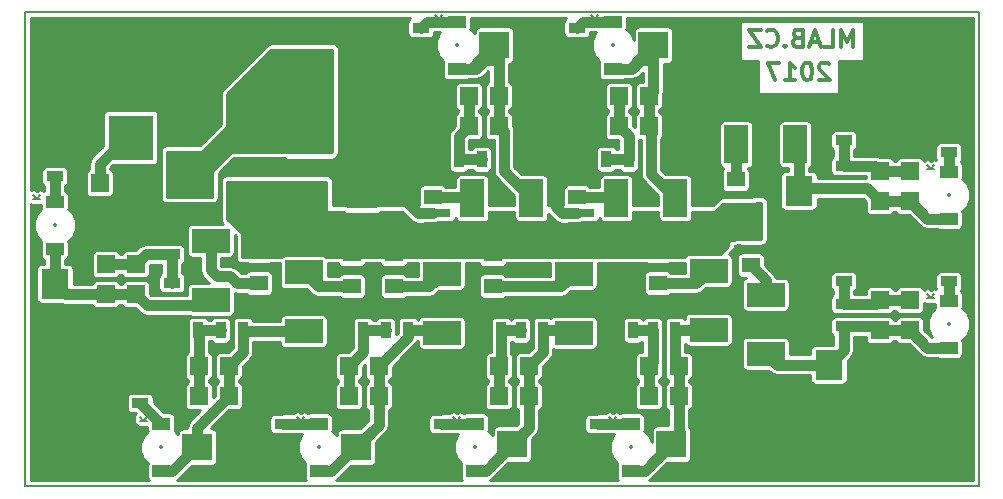
<source format=gbr>
%TF.GenerationSoftware,KiCad,Pcbnew,no-vcs-found-7409~56~ubuntu16.04.1*%
%TF.CreationDate,2017-01-20T13:42:17+01:00*%
%TF.ProjectId,UNIPOWER04A,554E49504F5745523034412E6B696361,rev?*%
%TF.FileFunction,Copper,L2,Bot,Signal*%
%TF.FilePolarity,Positive*%
%FSLAX46Y46*%
G04 Gerber Fmt 4.6, Leading zero omitted, Abs format (unit mm)*
G04 Created by KiCad (PCBNEW no-vcs-found-7409~56~ubuntu16.04.1) date Fri Jan 20 13:42:17 2017*
%MOMM*%
%LPD*%
G01*
G04 APERTURE LIST*
%ADD10C,0.350000*%
%ADD11C,0.300000*%
%ADD12C,0.150000*%
%ADD13R,3.810000X3.810000*%
%ADD14R,1.500000X1.050000*%
%ADD15R,2.499360X2.301240*%
%ADD16R,2.301240X2.499360*%
%ADD17R,3.180000X2.000000*%
%ADD18R,3.810000X3.330000*%
%ADD19R,2.000000X3.180000*%
%ADD20R,1.500000X1.300000*%
%ADD21R,3.000000X0.700000*%
%ADD22R,1.524000X1.524000*%
%ADD23C,6.000000*%
%ADD24R,1.397000X0.889000*%
%ADD25R,0.889000X1.397000*%
%ADD26C,0.800000*%
%ADD27C,0.900000*%
%ADD28C,0.254000*%
%ADD29C,0.350000*%
G04 APERTURE END LIST*
D10*
D11*
X70361428Y37421428D02*
X70361428Y38921428D01*
X69861428Y37850000D01*
X69361428Y38921428D01*
X69361428Y37421428D01*
X67932857Y37421428D02*
X68647142Y37421428D01*
X68647142Y38921428D01*
X67504285Y37850000D02*
X66790000Y37850000D01*
X67647142Y37421428D02*
X67147142Y38921428D01*
X66647142Y37421428D01*
X65647142Y38207142D02*
X65432857Y38135714D01*
X65361428Y38064285D01*
X65290000Y37921428D01*
X65290000Y37707142D01*
X65361428Y37564285D01*
X65432857Y37492857D01*
X65575714Y37421428D01*
X66147142Y37421428D01*
X66147142Y38921428D01*
X65647142Y38921428D01*
X65504285Y38850000D01*
X65432857Y38778571D01*
X65361428Y38635714D01*
X65361428Y38492857D01*
X65432857Y38350000D01*
X65504285Y38278571D01*
X65647142Y38207142D01*
X66147142Y38207142D01*
X64647142Y37564285D02*
X64575714Y37492857D01*
X64647142Y37421428D01*
X64718571Y37492857D01*
X64647142Y37564285D01*
X64647142Y37421428D01*
X63075714Y37564285D02*
X63147142Y37492857D01*
X63361428Y37421428D01*
X63504285Y37421428D01*
X63718571Y37492857D01*
X63861428Y37635714D01*
X63932857Y37778571D01*
X64004285Y38064285D01*
X64004285Y38278571D01*
X63932857Y38564285D01*
X63861428Y38707142D01*
X63718571Y38850000D01*
X63504285Y38921428D01*
X63361428Y38921428D01*
X63147142Y38850000D01*
X63075714Y38778571D01*
X62575714Y38921428D02*
X61575714Y38921428D01*
X62575714Y37421428D01*
X61575714Y37421428D01*
X68357428Y35984571D02*
X68286000Y36056000D01*
X68143142Y36127428D01*
X67786000Y36127428D01*
X67643142Y36056000D01*
X67571714Y35984571D01*
X67500285Y35841714D01*
X67500285Y35698857D01*
X67571714Y35484571D01*
X68428857Y34627428D01*
X67500285Y34627428D01*
X66571714Y36127428D02*
X66428857Y36127428D01*
X66286000Y36056000D01*
X66214571Y35984571D01*
X66143142Y35841714D01*
X66071714Y35556000D01*
X66071714Y35198857D01*
X66143142Y34913142D01*
X66214571Y34770285D01*
X66286000Y34698857D01*
X66428857Y34627428D01*
X66571714Y34627428D01*
X66714571Y34698857D01*
X66786000Y34770285D01*
X66857428Y34913142D01*
X66928857Y35198857D01*
X66928857Y35556000D01*
X66857428Y35841714D01*
X66786000Y35984571D01*
X66714571Y36056000D01*
X66571714Y36127428D01*
X64643142Y34627428D02*
X65500285Y34627428D01*
X65071714Y34627428D02*
X65071714Y36127428D01*
X65214571Y35913142D01*
X65357428Y35770285D01*
X65500285Y35698857D01*
X64143142Y36127428D02*
X63143142Y36127428D01*
X63786000Y34627428D01*
D12*
X81026000Y254000D02*
X81026000Y40386000D01*
X254000Y254000D02*
X254000Y40386000D01*
X254000Y40386000D02*
X81026000Y40386000D01*
X254000Y254000D02*
X81026000Y254000D01*
X1544320Y24574500D02*
X975360Y24569420D01*
X1272540Y24604980D02*
X1544320Y24879300D01*
X1287780Y24566880D02*
X982980Y24886920D01*
X10561320Y5778500D02*
X9992360Y5773420D01*
X10289540Y5808980D02*
X10561320Y6083300D01*
X10304780Y5770880D02*
X9999980Y6090920D01*
X37104320Y5778500D02*
X36535360Y5773420D01*
X36832540Y5808980D02*
X37104320Y6083300D01*
X36847780Y5770880D02*
X36542980Y6090920D01*
X48531780Y39806880D02*
X48226980Y40126920D01*
X48516540Y39844980D02*
X48788320Y40119300D01*
X48788320Y39814500D02*
X48219360Y39809420D01*
X35580320Y39814500D02*
X35011360Y39809420D01*
X35308540Y39844980D02*
X35580320Y40119300D01*
X35323780Y39806880D02*
X35018980Y40126920D01*
X76979780Y27106880D02*
X76674980Y27426920D01*
X76964540Y27144980D02*
X77236320Y27419300D01*
X77236320Y27114500D02*
X76667360Y27109420D01*
X23896320Y5778500D02*
X23327360Y5773420D01*
X23624540Y5808980D02*
X23896320Y6083300D01*
X23639780Y5770880D02*
X23334980Y6090920D01*
X50055780Y5770880D02*
X49750980Y6090920D01*
X50040540Y5808980D02*
X50312320Y6083300D01*
X50312320Y5778500D02*
X49743360Y5773420D01*
X76979780Y16184880D02*
X76674980Y16504920D01*
X76964540Y16222980D02*
X77236320Y16497300D01*
X77236320Y16192500D02*
X76667360Y16187420D01*
D13*
X14224000Y32870000D03*
X14224000Y26670000D03*
X9224000Y29770000D03*
D14*
X2794000Y24352000D03*
X2794000Y20352000D03*
X11811000Y5556000D03*
X11811000Y1556000D03*
X38354000Y5556000D03*
X38354000Y1556000D03*
D15*
X28818840Y24892000D03*
X24521160Y24892000D03*
D16*
X2794000Y17388840D03*
X2794000Y13091160D03*
D15*
X19166840Y3556000D03*
X14869160Y3556000D03*
X41539160Y3810000D03*
X45836840Y3810000D03*
D14*
X50038000Y35592000D03*
X50038000Y39592000D03*
X36830000Y39592000D03*
X36830000Y35592000D03*
X78486000Y22892000D03*
X78486000Y26892000D03*
X25146000Y5556000D03*
X25146000Y1556000D03*
D15*
X53477160Y37592000D03*
X57774840Y37592000D03*
X40015160Y37592000D03*
X44312840Y37592000D03*
D16*
X65786000Y20965160D03*
X65786000Y25262840D03*
D15*
X28331160Y3556000D03*
X32628840Y3556000D03*
D14*
X51562000Y1556000D03*
X51562000Y5556000D03*
X78486000Y11970000D03*
X78486000Y15970000D03*
D15*
X59298840Y3810000D03*
X55001160Y3810000D03*
D16*
X68326000Y10530840D03*
X68326000Y6233160D03*
D17*
X16002000Y21042000D03*
X16002000Y16042000D03*
X23876000Y13375000D03*
X23876000Y18375000D03*
X46736000Y13248000D03*
X46736000Y18248000D03*
D18*
X19304000Y30342000D03*
X19304000Y24522000D03*
D19*
X50332000Y24638000D03*
X55332000Y24638000D03*
X43140000Y24638000D03*
X38140000Y24638000D03*
X60492000Y29210000D03*
X65492000Y29210000D03*
D17*
X35560000Y13248000D03*
X35560000Y18248000D03*
X58166000Y18502000D03*
X58166000Y13502000D03*
X62992000Y16470000D03*
X62992000Y11470000D03*
D20*
X20066000Y17446000D03*
D21*
X20066000Y18796000D03*
D20*
X20066000Y20146000D03*
X27940000Y19892000D03*
D21*
X27940000Y18542000D03*
D20*
X27940000Y17192000D03*
X39878000Y17192000D03*
D21*
X39878000Y18542000D03*
D20*
X39878000Y19892000D03*
X46990000Y22018000D03*
D21*
X46990000Y23368000D03*
D20*
X46990000Y24718000D03*
X34798000Y22018000D03*
D21*
X34798000Y23368000D03*
D20*
X34798000Y24718000D03*
X60452000Y26242000D03*
D21*
X60452000Y24892000D03*
D20*
X60452000Y23542000D03*
X31496000Y19892000D03*
D21*
X31496000Y18542000D03*
D20*
X31496000Y17192000D03*
X53848000Y17446000D03*
D21*
X53848000Y18796000D03*
D20*
X53848000Y20146000D03*
X61722000Y21670000D03*
D21*
X61722000Y20320000D03*
D20*
X61722000Y18970000D03*
D22*
X6604000Y25908000D03*
X9652000Y13970000D03*
X7112000Y13970000D03*
X9652000Y16510000D03*
X7112000Y16510000D03*
X9652000Y19050000D03*
X7112000Y19050000D03*
X9652000Y21590000D03*
X7112000Y21590000D03*
X20066000Y10414000D03*
X20066000Y7874000D03*
X17526000Y10414000D03*
X17526000Y7874000D03*
X14986000Y10414000D03*
X14986000Y7874000D03*
X12446000Y10414000D03*
X12446000Y7874000D03*
X37846000Y7874000D03*
X37846000Y10414000D03*
X40386000Y7874000D03*
X40386000Y10414000D03*
X42926000Y7874000D03*
X42926000Y10414000D03*
X45466000Y7874000D03*
X45466000Y10414000D03*
X48006000Y30734000D03*
X48006000Y33274000D03*
X50546000Y30734000D03*
X50546000Y33274000D03*
X53086000Y30734000D03*
X53086000Y33274000D03*
X55626000Y30734000D03*
X55626000Y33274000D03*
X35306000Y30734000D03*
X35306000Y33274000D03*
X37846000Y30734000D03*
X37846000Y33274000D03*
X40386000Y30734000D03*
X40386000Y33274000D03*
X42926000Y30734000D03*
X42926000Y33274000D03*
X75184000Y21844000D03*
X72644000Y21844000D03*
X75184000Y24384000D03*
X72644000Y24384000D03*
X75184000Y26924000D03*
X72644000Y26924000D03*
X75184000Y29464000D03*
X72644000Y29464000D03*
X25146000Y7874000D03*
X25146000Y10414000D03*
X27686000Y7874000D03*
X27686000Y10414000D03*
X30226000Y7874000D03*
X30226000Y10414000D03*
X32766000Y7874000D03*
X32766000Y10414000D03*
X50546000Y7874000D03*
X50546000Y10414000D03*
X53086000Y7874000D03*
X53086000Y10414000D03*
X55626000Y7874000D03*
X55626000Y10414000D03*
X58166000Y7874000D03*
X58166000Y10414000D03*
X75184000Y10922000D03*
X72644000Y10922000D03*
X75184000Y13462000D03*
X72644000Y13462000D03*
X75184000Y16002000D03*
X72644000Y16002000D03*
X75184000Y18542000D03*
X72644000Y18542000D03*
D23*
X76200000Y35560000D03*
X76200000Y5080000D03*
X5080000Y35560000D03*
X5080000Y5080000D03*
D24*
X2794000Y26479500D03*
X2794000Y28384500D03*
X10033000Y9207500D03*
X10033000Y7302500D03*
X35560000Y3619500D03*
X35560000Y5524500D03*
X12700000Y19875500D03*
X12700000Y21780500D03*
X12700000Y17462500D03*
X12700000Y15557500D03*
D25*
X13017500Y13462000D03*
X14922500Y13462000D03*
X16827500Y13462000D03*
X18732500Y13462000D03*
X38671500Y13462000D03*
X40576500Y13462000D03*
X44132500Y13462000D03*
X42227500Y13462000D03*
D24*
X46990000Y37147500D03*
X46990000Y39052500D03*
X33782000Y39052500D03*
X33782000Y37147500D03*
X78486000Y28511500D03*
X78486000Y30416500D03*
X22098000Y3619500D03*
X22098000Y5524500D03*
D25*
X47561500Y27940000D03*
X49466500Y27940000D03*
X51371500Y27940000D03*
X53276500Y27940000D03*
X37020500Y27940000D03*
X35115500Y27940000D03*
X38925500Y27940000D03*
X40830500Y27940000D03*
D24*
X69596000Y31432500D03*
X69596000Y29527500D03*
X69596000Y25463500D03*
X69596000Y27368500D03*
D25*
X26987500Y13462000D03*
X28892500Y13462000D03*
X32702500Y13462000D03*
X30797500Y13462000D03*
D24*
X48768000Y5524500D03*
X48768000Y3619500D03*
X78486000Y17589500D03*
X78486000Y19494500D03*
D25*
X49847500Y13462000D03*
X51752500Y13462000D03*
X53403500Y13462000D03*
X55308500Y13462000D03*
D24*
X69596000Y17589500D03*
X69596000Y19494500D03*
X69596000Y15684500D03*
X69596000Y13779500D03*
D13*
X24384000Y35226000D03*
X24384000Y30226000D03*
X29464000Y30226000D03*
X29464000Y35226000D03*
D26*
X55880000Y36322000D03*
X55880000Y37592000D03*
X55880000Y38608000D03*
X42418000Y35560000D03*
X42418000Y36576000D03*
X42418000Y37846000D03*
X42418000Y39116000D03*
X64516000Y18796000D03*
X66294000Y18796000D03*
X67818000Y19050000D03*
X67818000Y20574000D03*
X67818000Y22098000D03*
X67056000Y23114000D03*
X65532000Y23114000D03*
X64008000Y23114000D03*
X63754000Y21590000D03*
X70358000Y7366000D03*
X69850000Y8382000D03*
X68834000Y8382000D03*
X67818000Y8382000D03*
X66802000Y8382000D03*
X4318000Y10668000D03*
X3048000Y10668000D03*
X1778000Y10668000D03*
X20320000Y5842000D03*
X19304000Y5842000D03*
X18034000Y5842000D03*
X33782000Y5588000D03*
X32766000Y5588000D03*
X31750000Y5588000D03*
X46990000Y5842000D03*
X45974000Y6096000D03*
X44704000Y6096000D03*
X61722000Y5080000D03*
X61722000Y3810000D03*
X61722000Y2540000D03*
X58674000Y28702000D03*
X58674000Y29972000D03*
X58674000Y31496000D03*
X58674000Y33020000D03*
X58674000Y34290000D03*
X57404000Y34290000D03*
X57404000Y33020000D03*
X57404000Y31496000D03*
X57404000Y29972000D03*
X57404000Y28702000D03*
X33528000Y30480000D03*
X33528000Y31750000D03*
X33528000Y33020000D03*
X33528000Y34290000D03*
X33274000Y35560000D03*
X34544000Y35560000D03*
X46228000Y35052000D03*
X46228000Y33782000D03*
X46228000Y32512000D03*
X46228000Y31242000D03*
X46228000Y29972000D03*
X44958000Y29972000D03*
X44958000Y31242000D03*
X44958000Y32512000D03*
X44958000Y33782000D03*
X44958000Y35052000D03*
X73660000Y32766000D03*
X72390000Y32766000D03*
X71120000Y32766000D03*
X71120000Y31496000D03*
X72390000Y31496000D03*
X73914000Y31496000D03*
X75438000Y31496000D03*
X76962000Y31496000D03*
X79756000Y21336000D03*
X78486000Y21336000D03*
X77216000Y21336000D03*
X76200000Y20320000D03*
X74930000Y20320000D03*
X73660000Y20320000D03*
X72390000Y20320000D03*
X71120000Y20320000D03*
X70612000Y10414000D03*
X77216000Y9144000D03*
X75692000Y8890000D03*
X74422000Y8890000D03*
X72898000Y8890000D03*
X71628000Y8890000D03*
X59944000Y6858000D03*
X61214000Y6858000D03*
X61214000Y7874000D03*
X61214000Y9144000D03*
X59944000Y11684000D03*
X59944000Y10414000D03*
X59944000Y9144000D03*
X59944000Y7874000D03*
X48768000Y11176000D03*
X48768000Y9906000D03*
X48768000Y8636000D03*
X48768000Y7366000D03*
X47498000Y7366000D03*
X47498000Y8636000D03*
X47498000Y9906000D03*
X47498000Y11176000D03*
X36068000Y7874000D03*
X36068000Y9144000D03*
X36068000Y10414000D03*
X36068000Y11430000D03*
X34798000Y11430000D03*
X34798000Y10414000D03*
X34798000Y9144000D03*
X34798000Y7874000D03*
X10668000Y23622000D03*
X9652000Y23622000D03*
X8382000Y23622000D03*
X7112000Y23622000D03*
X10160000Y10668000D03*
X8890000Y10668000D03*
X7366000Y10668000D03*
X6096000Y10668000D03*
X6096000Y11938000D03*
X7366000Y11938000D03*
X8890000Y11938000D03*
X10160000Y11938000D03*
X22098000Y8636000D03*
X22098000Y9906000D03*
X22098000Y7366000D03*
X23114000Y7366000D03*
X23114000Y8636000D03*
X23114000Y9906000D03*
X23114000Y11176000D03*
X22098000Y11176000D03*
X17272000Y35306000D03*
X16002000Y35814000D03*
X14478000Y35814000D03*
X12954000Y35814000D03*
X11430000Y35814000D03*
X11430000Y34544000D03*
X11430000Y33020000D03*
X12192000Y29972000D03*
X13208000Y29972000D03*
X14732000Y29972000D03*
X26162000Y27432000D03*
X27432000Y27432000D03*
X28702000Y27432000D03*
X29972000Y27432000D03*
X31242000Y27432000D03*
X32512000Y27686000D03*
X32512000Y28956000D03*
X32512000Y30226000D03*
D27*
X45212000Y23925998D02*
X45212000Y25336500D01*
X47561500Y27686000D02*
X47561500Y27940000D01*
X45212000Y25336500D02*
X47561500Y27686000D01*
X46990000Y23368000D02*
X45769998Y23368000D01*
X45769998Y23368000D02*
X45212000Y23925998D01*
X34798000Y23368000D02*
X33577998Y23368000D01*
X33577998Y23368000D02*
X32512000Y24433998D01*
X32512000Y24433998D02*
X32512000Y27120315D01*
X32512000Y27120315D02*
X32512000Y27686000D01*
X55880000Y37592000D02*
X55880000Y36322000D01*
X57774840Y37592000D02*
X56896000Y37592000D01*
X56896000Y37592000D02*
X55880000Y38608000D01*
X42418000Y37846000D02*
X42418000Y36576000D01*
X44312840Y37592000D02*
X43942000Y37592000D01*
X43942000Y37592000D02*
X42418000Y39116000D01*
X66294000Y18796000D02*
X64516000Y18796000D01*
X67818000Y20574000D02*
X67818000Y19050000D01*
X67056000Y23114000D02*
X67056000Y22860000D01*
X67056000Y22860000D02*
X67818000Y22098000D01*
X64008000Y23114000D02*
X65532000Y23114000D01*
X65786000Y20965160D02*
X64378840Y20965160D01*
X64378840Y20965160D02*
X63754000Y21590000D01*
X69850000Y8382000D02*
X69850000Y7874000D01*
X69850000Y7874000D02*
X70358000Y7366000D01*
X67818000Y8382000D02*
X68834000Y8382000D01*
X68326000Y6233160D02*
X68326000Y6858000D01*
X68326000Y6858000D02*
X66802000Y8382000D01*
X3048000Y10668000D02*
X4318000Y10668000D01*
X2794000Y13091160D02*
X2794000Y11684000D01*
X2794000Y11684000D02*
X1778000Y10668000D01*
X19304000Y5842000D02*
X20320000Y5842000D01*
X19166840Y3556000D02*
X19166840Y4709160D01*
X19166840Y4709160D02*
X18034000Y5842000D01*
X32766000Y5588000D02*
X33782000Y5588000D01*
X32628840Y3556000D02*
X32628840Y4709160D01*
X32628840Y4709160D02*
X31750000Y5588000D01*
X45974000Y6096000D02*
X46736000Y6096000D01*
X46736000Y6096000D02*
X46990000Y5842000D01*
X45836840Y3810000D02*
X45836840Y4963160D01*
X45836840Y4963160D02*
X44704000Y6096000D01*
X61722000Y3810000D02*
X61722000Y5080000D01*
X59298840Y3810000D02*
X60452000Y3810000D01*
X60452000Y3810000D02*
X61722000Y2540000D01*
X58674000Y29972000D02*
X58674000Y28702000D01*
X58674000Y33020000D02*
X58674000Y31496000D01*
X57404000Y34290000D02*
X58674000Y34290000D01*
X57404000Y31496000D02*
X57404000Y33020000D01*
X57404000Y28702000D02*
X57404000Y29972000D01*
X33528000Y31750000D02*
X33528000Y30480000D01*
X33528000Y34290000D02*
X33528000Y33020000D01*
X34544000Y35560000D02*
X33274000Y35560000D01*
X46228000Y33782000D02*
X46228000Y35052000D01*
X46228000Y31242000D02*
X46228000Y32512000D01*
X44958000Y29972000D02*
X46228000Y29972000D01*
X44958000Y32512000D02*
X44958000Y31242000D01*
X44958000Y35052000D02*
X44958000Y33782000D01*
X72390000Y32766000D02*
X73660000Y32766000D01*
X71120000Y31496000D02*
X71120000Y32766000D01*
X73914000Y31496000D02*
X72390000Y31496000D01*
X76962000Y31496000D02*
X75438000Y31496000D01*
X78486000Y21336000D02*
X79756000Y21336000D01*
X76200000Y20320000D02*
X77216000Y21336000D01*
X73660000Y20320000D02*
X74930000Y20320000D01*
X71120000Y20320000D02*
X72390000Y20320000D01*
X71628000Y8890000D02*
X71628000Y9398000D01*
X71628000Y9398000D02*
X70612000Y10414000D01*
X74422000Y8890000D02*
X75692000Y8890000D01*
X71628000Y8890000D02*
X72898000Y8890000D01*
X61214000Y6858000D02*
X59944000Y6858000D01*
X61214000Y9144000D02*
X61214000Y7874000D01*
X59944000Y10414000D02*
X59944000Y11684000D01*
X59944000Y7874000D02*
X59944000Y9144000D01*
X48768000Y9906000D02*
X48768000Y11176000D01*
X48768000Y7366000D02*
X48768000Y8636000D01*
X47498000Y8636000D02*
X47498000Y7366000D01*
X47498000Y11176000D02*
X47498000Y9906000D01*
X36068000Y9144000D02*
X36068000Y7874000D01*
X36068000Y11430000D02*
X36068000Y10414000D01*
X34798000Y10414000D02*
X34798000Y11430000D01*
X34798000Y7874000D02*
X34798000Y9144000D01*
X9652000Y23622000D02*
X10668000Y23622000D01*
X7112000Y23622000D02*
X8382000Y23622000D01*
X8890000Y10668000D02*
X10160000Y10668000D01*
X6096000Y10668000D02*
X7366000Y10668000D01*
X7366000Y11938000D02*
X6096000Y11938000D01*
X10160000Y11938000D02*
X8890000Y11938000D01*
X22098000Y9906000D02*
X22098000Y8636000D01*
X23114000Y7366000D02*
X22098000Y7366000D01*
X23114000Y9906000D02*
X23114000Y8636000D01*
X22098000Y11176000D02*
X23114000Y11176000D01*
X16002000Y35814000D02*
X16764000Y35814000D01*
X16764000Y35814000D02*
X17272000Y35306000D01*
X12954000Y35814000D02*
X14478000Y35814000D01*
X11430000Y34544000D02*
X11430000Y35814000D01*
X12192000Y29972000D02*
X12192000Y32258000D01*
X12192000Y32258000D02*
X11430000Y33020000D01*
X14732000Y29972000D02*
X13208000Y29972000D01*
X27432000Y27432000D02*
X26162000Y27432000D01*
X29972000Y27432000D02*
X28702000Y27432000D01*
X32512000Y27686000D02*
X31496000Y27686000D01*
X31496000Y27686000D02*
X31242000Y27432000D01*
X32512000Y30226000D02*
X32512000Y28956000D01*
X9224000Y29770000D02*
X8804000Y29770000D01*
X8804000Y29770000D02*
X6604000Y27570000D01*
X6604000Y27570000D02*
X6604000Y25908000D01*
X2794000Y24352000D02*
X2794000Y26479500D01*
X2794000Y17388840D02*
X2794000Y20352000D01*
X7112000Y16510000D02*
X3672840Y16510000D01*
X3672840Y16510000D02*
X2794000Y17388840D01*
X12700000Y15557500D02*
X15517500Y15557500D01*
X15517500Y15557500D02*
X16002000Y16042000D01*
X9652000Y16510000D02*
X10604500Y15557500D01*
X10604500Y15557500D02*
X12700000Y15557500D01*
X7112000Y16510000D02*
X9652000Y16510000D01*
X11811000Y5556000D02*
X11779500Y5556000D01*
X11779500Y5556000D02*
X10033000Y7302500D01*
X14869160Y3556000D02*
X14770100Y3556000D01*
X14770100Y3556000D02*
X12719480Y1505380D01*
X12719480Y1505380D02*
X11861619Y1505380D01*
X11861619Y1505380D02*
X11811000Y1555999D01*
X23876000Y13375000D02*
X18819500Y13375000D01*
X18819500Y13375000D02*
X18732500Y13462000D01*
X18732500Y13462000D02*
X18732500Y11620500D01*
X18732500Y11620500D02*
X17526000Y10414000D01*
X17526000Y7874000D02*
X17526000Y10414000D01*
X14869160Y3556000D02*
X14869160Y5217160D01*
X14869160Y5217160D02*
X17526000Y7874000D01*
X35560000Y5524500D02*
X35591500Y5556000D01*
X35591500Y5556000D02*
X38354000Y5556000D01*
X41539160Y3810000D02*
X39285160Y1556000D01*
X39285160Y1556000D02*
X38354000Y1556000D01*
X42926000Y7874000D02*
X42926000Y5196840D01*
X42926000Y5196840D02*
X41539160Y3810000D01*
X44132500Y13462000D02*
X46522000Y13462000D01*
X46522000Y13462000D02*
X46736000Y13248000D01*
X42926000Y10414000D02*
X44132500Y11620500D01*
X44132500Y11620500D02*
X44132500Y13462000D01*
X42926000Y7874000D02*
X42926000Y10414000D01*
X16510000Y18034000D02*
X17654001Y18034000D01*
X17654001Y18034000D02*
X18242001Y17446000D01*
X18242001Y17446000D02*
X18670000Y17446000D01*
X16002000Y18542000D02*
X16510000Y18034000D01*
X16002000Y21042000D02*
X16002000Y18542000D01*
X20320000Y17446000D02*
X18670000Y17446000D01*
X46990000Y39052500D02*
X47529500Y39592000D01*
X47529500Y39592000D02*
X50038000Y39592000D01*
X53276500Y27940000D02*
X53276500Y26693500D01*
X53276500Y26693500D02*
X55332000Y24638000D01*
X53276500Y27940000D02*
X53276500Y30543500D01*
X53276500Y30543500D02*
X53086000Y30734000D01*
X53086000Y30734000D02*
X53086000Y33274000D01*
X53477160Y37592000D02*
X53477160Y36322000D01*
X53477160Y36322000D02*
X53477160Y33665160D01*
X50038000Y35592000D02*
X51688000Y35592000D01*
X51688000Y35592000D02*
X52418000Y36322000D01*
X52418000Y36322000D02*
X53477160Y36322000D01*
X50038000Y35592000D02*
X51477160Y35592000D01*
X51477160Y35592000D02*
X53477160Y37592000D01*
X53477160Y33665160D02*
X53086000Y33274000D01*
X50768000Y35592000D02*
X50038000Y35592000D01*
X40830500Y27940000D02*
X40830500Y26947500D01*
X40830500Y26947500D02*
X43140000Y24638000D01*
X40386000Y33274000D02*
X40386000Y36322000D01*
X40386000Y36322000D02*
X40386000Y37221160D01*
X39210000Y36322000D02*
X40386000Y36322000D01*
X36830000Y35592000D02*
X38480000Y35592000D01*
X38480000Y35592000D02*
X39210000Y36322000D01*
X40386000Y37221160D02*
X40015160Y37592000D01*
X36830000Y35592000D02*
X38015160Y35592000D01*
X38015160Y35592000D02*
X40015160Y37592000D01*
X40830500Y27940000D02*
X40830500Y30289500D01*
X40830500Y30289500D02*
X40386000Y30734000D01*
X40386000Y33274000D02*
X40386000Y30734000D01*
X33782000Y39052500D02*
X34321500Y39592000D01*
X34321500Y39592000D02*
X36830000Y39592000D01*
X78486000Y26892000D02*
X78486000Y28511500D01*
X69596000Y25463500D02*
X65986660Y25463500D01*
X65986660Y25463500D02*
X65786000Y25262840D01*
X65786000Y25262840D02*
X65786000Y28916000D01*
X65786000Y28916000D02*
X65492000Y29210000D01*
X75184000Y24384000D02*
X76676000Y22892000D01*
X76676000Y22892000D02*
X78486000Y22892000D01*
X69596000Y25463500D02*
X71564500Y25463500D01*
X71564500Y25463500D02*
X72644000Y24384000D01*
X75184000Y24384000D02*
X72644000Y24384000D01*
X32702500Y13462000D02*
X35346000Y13462000D01*
X35346000Y13462000D02*
X35560000Y13248000D01*
X28331160Y3556000D02*
X28232100Y3556000D01*
X28232100Y3556000D02*
X26181480Y1505380D01*
X26181480Y1505380D02*
X25196619Y1505380D01*
X25196619Y1505380D02*
X25146000Y1555999D01*
X30226000Y7874000D02*
X30226000Y5450840D01*
X30226000Y5450840D02*
X28331160Y3556000D01*
X30226000Y7874000D02*
X30226000Y10414000D01*
X30226000Y10414000D02*
X32702500Y12890500D01*
X32702500Y12890500D02*
X32702500Y13462000D01*
X25146000Y5556000D02*
X22129500Y5556000D01*
X22129500Y5556000D02*
X22098000Y5524500D01*
X48768000Y5524500D02*
X48799500Y5556000D01*
X48799500Y5556000D02*
X51562000Y5556000D01*
X55001160Y3810000D02*
X52747160Y1556000D01*
X52747160Y1556000D02*
X51562000Y1556000D01*
X55626000Y7874000D02*
X55626000Y4434840D01*
X55626000Y4434840D02*
X55001160Y3810000D01*
X58166000Y13502000D02*
X55348500Y13502000D01*
X55348500Y13502000D02*
X55308500Y13462000D01*
X55626000Y7874000D02*
X55626000Y10414000D01*
X55308500Y13462000D02*
X55308500Y10731500D01*
X55308500Y10731500D02*
X55626000Y10414000D01*
X78486000Y15970000D02*
X78486000Y17589500D01*
X69596000Y13779500D02*
X69596000Y11800840D01*
X69596000Y11800840D02*
X68326000Y10530840D01*
X75184000Y13462000D02*
X76676000Y11970000D01*
X76676000Y11970000D02*
X78486000Y11970000D01*
X69596000Y13779500D02*
X72326500Y13779500D01*
X72326500Y13779500D02*
X72644000Y13462000D01*
X75184000Y13462000D02*
X72644000Y13462000D01*
X68326000Y10530840D02*
X63931160Y10530840D01*
X63931160Y10530840D02*
X62992000Y11470000D01*
X27940000Y17192000D02*
X25059000Y17192000D01*
X25059000Y17192000D02*
X23876000Y18375000D01*
X39878000Y17192000D02*
X45680000Y17192000D01*
X45680000Y17192000D02*
X46736000Y18248000D01*
X46990000Y24718000D02*
X50252000Y24718000D01*
X50252000Y24718000D02*
X50332000Y24638000D01*
X34798000Y24718000D02*
X38060000Y24718000D01*
X38060000Y24718000D02*
X38140000Y24638000D01*
X60492000Y29210000D02*
X60492000Y26282000D01*
X60492000Y26282000D02*
X60452000Y26242000D01*
X31496000Y17192000D02*
X34504000Y17192000D01*
X34504000Y17192000D02*
X35560000Y18248000D01*
X53848000Y17446000D02*
X57110000Y17446000D01*
X57110000Y17446000D02*
X58166000Y18502000D01*
X62992000Y16470000D02*
X62992000Y17700000D01*
X62992000Y17700000D02*
X61722000Y18970000D01*
X12700000Y17462500D02*
X12700000Y19875500D01*
X7112000Y19050000D02*
X9652000Y19050000D01*
X12700000Y19875500D02*
X10477500Y19875500D01*
X10477500Y19875500D02*
X9652000Y19050000D01*
X14922500Y13462000D02*
X16827500Y13462000D01*
X14986000Y10414000D02*
X14986000Y13398500D01*
X14986000Y13398500D02*
X14922500Y13462000D01*
X14986000Y7874000D02*
X14986000Y10414000D01*
X40576500Y13462000D02*
X42227500Y13462000D01*
X40576500Y13462000D02*
X40576500Y10604500D01*
X40576500Y10604500D02*
X40386000Y10414000D01*
X40386000Y7874000D02*
X40386000Y10414000D01*
X51371500Y27940000D02*
X51371500Y29908500D01*
X51371500Y29908500D02*
X50546000Y30734000D01*
X49466500Y27940000D02*
X51371500Y27940000D01*
X50546000Y30734000D02*
X50546000Y33274000D01*
X37020500Y27940000D02*
X38925500Y27940000D01*
X37020500Y27940000D02*
X37020500Y29908500D01*
X37020500Y29908500D02*
X37846000Y30734000D01*
X37846000Y33274000D02*
X37846000Y30734000D01*
X69596000Y29527500D02*
X69596000Y27368500D01*
X69596000Y27368500D02*
X72199500Y27368500D01*
X72199500Y27368500D02*
X72644000Y26924000D01*
X72644000Y26924000D02*
X75184000Y26924000D01*
X28892500Y13462000D02*
X30797500Y13462000D01*
X27686000Y10414000D02*
X28892500Y11620500D01*
X28892500Y11620500D02*
X28892500Y13462000D01*
X27686000Y7874000D02*
X27686000Y10414000D01*
X51752500Y13462000D02*
X53403500Y13462000D01*
X53403500Y13462000D02*
X53403500Y10731500D01*
X53403500Y10731500D02*
X53086000Y10414000D01*
X53086000Y7874000D02*
X53086000Y10414000D01*
X69596000Y17589500D02*
X69596000Y15684500D01*
X75184000Y16002000D02*
X72644000Y16002000D01*
X69596000Y15684500D02*
X72326500Y15684500D01*
X72326500Y15684500D02*
X72644000Y16002000D01*
D28*
G36*
X25781000Y23622000D02*
X25790667Y23573399D01*
X25818197Y23532197D01*
X25859399Y23504667D01*
X25908000Y23495000D01*
X27220237Y23495000D01*
X27261310Y23433530D01*
X27402553Y23339155D01*
X27569160Y23306015D01*
X30068520Y23306015D01*
X30235127Y23339155D01*
X30376370Y23433530D01*
X30417443Y23495000D01*
X32210732Y23495000D01*
X32957865Y22747867D01*
X32970662Y22739317D01*
X32990150Y22710150D01*
X33131393Y22615775D01*
X33165798Y22608931D01*
X33242385Y22557758D01*
X33577998Y22490999D01*
X33578003Y22491000D01*
X34798000Y22491000D01*
X35133613Y22557758D01*
X35170844Y22582635D01*
X36298000Y22582635D01*
X36464607Y22615775D01*
X36605850Y22710150D01*
X36700225Y22851393D01*
X36721984Y22960782D01*
X36737775Y22881393D01*
X36832150Y22740150D01*
X36973393Y22645775D01*
X37140000Y22612635D01*
X39140000Y22612635D01*
X39306607Y22645775D01*
X39447850Y22740150D01*
X39542225Y22881393D01*
X39575365Y23048000D01*
X39575365Y23495000D01*
X41704635Y23495000D01*
X41704635Y23048000D01*
X41737775Y22881393D01*
X41832150Y22740150D01*
X41973393Y22645775D01*
X42140000Y22612635D01*
X44140000Y22612635D01*
X44306607Y22645775D01*
X44447850Y22740150D01*
X44542225Y22881393D01*
X44575365Y23048000D01*
X44575365Y23330562D01*
X44591867Y23305865D01*
X45149863Y22747870D01*
X45149865Y22747867D01*
X45162662Y22739317D01*
X45182150Y22710150D01*
X45323393Y22615775D01*
X45357798Y22608932D01*
X45434384Y22557758D01*
X45769998Y22491000D01*
X46990000Y22491000D01*
X47325613Y22557758D01*
X47362844Y22582635D01*
X48490000Y22582635D01*
X48656607Y22615775D01*
X48797850Y22710150D01*
X48892225Y22851393D01*
X48913984Y22960782D01*
X48929775Y22881393D01*
X49024150Y22740150D01*
X49165393Y22645775D01*
X49332000Y22612635D01*
X51332000Y22612635D01*
X51498607Y22645775D01*
X51639850Y22740150D01*
X51734225Y22881393D01*
X51767365Y23048000D01*
X51767365Y23495000D01*
X53896635Y23495000D01*
X53896635Y23048000D01*
X53929775Y22881393D01*
X54024150Y22740150D01*
X54165393Y22645775D01*
X54332000Y22612635D01*
X56332000Y22612635D01*
X56498607Y22645775D01*
X56639850Y22740150D01*
X56734225Y22881393D01*
X56767365Y23048000D01*
X56767365Y23495000D01*
X58674000Y23495000D01*
X58722601Y23504667D01*
X58763803Y23532197D01*
X59338241Y24106635D01*
X61952000Y24106635D01*
X62118607Y24139775D01*
X62259850Y24234150D01*
X62275118Y24257000D01*
X62611000Y24257000D01*
X62611000Y21209000D01*
X60452000Y21209000D01*
X60403399Y21199333D01*
X60362197Y21171803D01*
X60295759Y21105365D01*
X60222000Y21105365D01*
X60055393Y21072225D01*
X59914150Y20977850D01*
X59819775Y20836607D01*
X59786635Y20670000D01*
X59786635Y20596241D01*
X59127759Y19937365D01*
X56576000Y19937365D01*
X56409393Y19904225D01*
X56268150Y19809850D01*
X56184728Y19685000D01*
X25770632Y19685000D01*
X25632607Y19777225D01*
X25466000Y19810365D01*
X22286000Y19810365D01*
X22119393Y19777225D01*
X21981368Y19685000D01*
X18669000Y19685000D01*
X18669000Y21590000D01*
X18659333Y21638601D01*
X18631803Y21679803D01*
X17399000Y22912606D01*
X17399000Y26035000D01*
X25781000Y26035000D01*
X25781000Y23622000D01*
X25781000Y23622000D01*
G37*
X25781000Y23622000D02*
X25790667Y23573399D01*
X25818197Y23532197D01*
X25859399Y23504667D01*
X25908000Y23495000D01*
X27220237Y23495000D01*
X27261310Y23433530D01*
X27402553Y23339155D01*
X27569160Y23306015D01*
X30068520Y23306015D01*
X30235127Y23339155D01*
X30376370Y23433530D01*
X30417443Y23495000D01*
X32210732Y23495000D01*
X32957865Y22747867D01*
X32970662Y22739317D01*
X32990150Y22710150D01*
X33131393Y22615775D01*
X33165798Y22608931D01*
X33242385Y22557758D01*
X33577998Y22490999D01*
X33578003Y22491000D01*
X34798000Y22491000D01*
X35133613Y22557758D01*
X35170844Y22582635D01*
X36298000Y22582635D01*
X36464607Y22615775D01*
X36605850Y22710150D01*
X36700225Y22851393D01*
X36721984Y22960782D01*
X36737775Y22881393D01*
X36832150Y22740150D01*
X36973393Y22645775D01*
X37140000Y22612635D01*
X39140000Y22612635D01*
X39306607Y22645775D01*
X39447850Y22740150D01*
X39542225Y22881393D01*
X39575365Y23048000D01*
X39575365Y23495000D01*
X41704635Y23495000D01*
X41704635Y23048000D01*
X41737775Y22881393D01*
X41832150Y22740150D01*
X41973393Y22645775D01*
X42140000Y22612635D01*
X44140000Y22612635D01*
X44306607Y22645775D01*
X44447850Y22740150D01*
X44542225Y22881393D01*
X44575365Y23048000D01*
X44575365Y23330562D01*
X44591867Y23305865D01*
X45149863Y22747870D01*
X45149865Y22747867D01*
X45162662Y22739317D01*
X45182150Y22710150D01*
X45323393Y22615775D01*
X45357798Y22608932D01*
X45434384Y22557758D01*
X45769998Y22491000D01*
X46990000Y22491000D01*
X47325613Y22557758D01*
X47362844Y22582635D01*
X48490000Y22582635D01*
X48656607Y22615775D01*
X48797850Y22710150D01*
X48892225Y22851393D01*
X48913984Y22960782D01*
X48929775Y22881393D01*
X49024150Y22740150D01*
X49165393Y22645775D01*
X49332000Y22612635D01*
X51332000Y22612635D01*
X51498607Y22645775D01*
X51639850Y22740150D01*
X51734225Y22881393D01*
X51767365Y23048000D01*
X51767365Y23495000D01*
X53896635Y23495000D01*
X53896635Y23048000D01*
X53929775Y22881393D01*
X54024150Y22740150D01*
X54165393Y22645775D01*
X54332000Y22612635D01*
X56332000Y22612635D01*
X56498607Y22645775D01*
X56639850Y22740150D01*
X56734225Y22881393D01*
X56767365Y23048000D01*
X56767365Y23495000D01*
X58674000Y23495000D01*
X58722601Y23504667D01*
X58763803Y23532197D01*
X59338241Y24106635D01*
X61952000Y24106635D01*
X62118607Y24139775D01*
X62259850Y24234150D01*
X62275118Y24257000D01*
X62611000Y24257000D01*
X62611000Y21209000D01*
X60452000Y21209000D01*
X60403399Y21199333D01*
X60362197Y21171803D01*
X60295759Y21105365D01*
X60222000Y21105365D01*
X60055393Y21072225D01*
X59914150Y20977850D01*
X59819775Y20836607D01*
X59786635Y20670000D01*
X59786635Y20596241D01*
X59127759Y19937365D01*
X56576000Y19937365D01*
X56409393Y19904225D01*
X56268150Y19809850D01*
X56184728Y19685000D01*
X25770632Y19685000D01*
X25632607Y19777225D01*
X25466000Y19810365D01*
X22286000Y19810365D01*
X22119393Y19777225D01*
X21981368Y19685000D01*
X18669000Y19685000D01*
X18669000Y21590000D01*
X18659333Y21638601D01*
X18631803Y21679803D01*
X17399000Y22912606D01*
X17399000Y26035000D01*
X25781000Y26035000D01*
X25781000Y23622000D01*
G36*
X80524000Y756000D02*
X53098101Y756000D01*
X53367293Y935867D01*
X54655440Y2224015D01*
X56250840Y2224015D01*
X56417447Y2257155D01*
X56558690Y2351530D01*
X56653065Y2492773D01*
X56686205Y2659380D01*
X56686205Y4960620D01*
X56653065Y5127227D01*
X56558690Y5268470D01*
X56503000Y5305681D01*
X56503000Y6699510D01*
X56554607Y6709775D01*
X56695850Y6804150D01*
X56790225Y6945393D01*
X56823365Y7112000D01*
X56823365Y8636000D01*
X56790225Y8802607D01*
X56695850Y8943850D01*
X56554607Y9038225D01*
X56503000Y9048490D01*
X56503000Y9239510D01*
X56554607Y9249775D01*
X56695850Y9344150D01*
X56790225Y9485393D01*
X56823365Y9652000D01*
X56823365Y11176000D01*
X56790225Y11342607D01*
X56695850Y11483850D01*
X56554607Y11578225D01*
X56388000Y11611365D01*
X56185500Y11611365D01*
X56185500Y12317845D01*
X56268150Y12194150D01*
X56409393Y12099775D01*
X56576000Y12066635D01*
X59756000Y12066635D01*
X59922607Y12099775D01*
X60063850Y12194150D01*
X60158225Y12335393D01*
X60184999Y12470000D01*
X60966635Y12470000D01*
X60966635Y10470000D01*
X60999775Y10303393D01*
X61094150Y10162150D01*
X61235393Y10067775D01*
X61402000Y10034635D01*
X63187099Y10034635D01*
X63311027Y9910707D01*
X63595547Y9720598D01*
X63931160Y9653839D01*
X63931165Y9653840D01*
X66740015Y9653840D01*
X66740015Y9281160D01*
X66773155Y9114553D01*
X66867530Y8973310D01*
X67008773Y8878935D01*
X67175380Y8845795D01*
X69476620Y8845795D01*
X69643227Y8878935D01*
X69784470Y8973310D01*
X69878845Y9114553D01*
X69911985Y9281160D01*
X69911985Y10876560D01*
X70216130Y11180705D01*
X70216133Y11180707D01*
X70330341Y11351633D01*
X70406242Y11465226D01*
X70473000Y11800840D01*
X70473000Y12902500D01*
X71446635Y12902500D01*
X71446635Y12700000D01*
X71479775Y12533393D01*
X71574150Y12392150D01*
X71715393Y12297775D01*
X71882000Y12264635D01*
X73406000Y12264635D01*
X73572607Y12297775D01*
X73713850Y12392150D01*
X73808225Y12533393D01*
X73818490Y12585000D01*
X74009510Y12585000D01*
X74019775Y12533393D01*
X74114150Y12392150D01*
X74255393Y12297775D01*
X74422000Y12264635D01*
X75141099Y12264635D01*
X76055865Y11349870D01*
X76055867Y11349867D01*
X76316079Y11176000D01*
X76340387Y11159758D01*
X76676000Y11092999D01*
X76676005Y11093000D01*
X77494226Y11093000D01*
X77569393Y11042775D01*
X77736000Y11009635D01*
X79236000Y11009635D01*
X79402607Y11042775D01*
X79543850Y11137150D01*
X79638225Y11278393D01*
X79671365Y11445000D01*
X79671365Y12495000D01*
X79646898Y12618007D01*
X79991588Y12962096D01*
X80262690Y13614982D01*
X80263307Y14321916D01*
X79993345Y14975274D01*
X79646953Y15322272D01*
X79671365Y15445000D01*
X79671365Y16495000D01*
X79638225Y16661607D01*
X79543850Y16802850D01*
X79492401Y16837227D01*
X79586725Y16978393D01*
X79619865Y17145000D01*
X79619865Y18034000D01*
X79586725Y18200607D01*
X79492350Y18341850D01*
X79351107Y18436225D01*
X79184500Y18469365D01*
X77787500Y18469365D01*
X77620893Y18436225D01*
X77479650Y18341850D01*
X77385275Y18200607D01*
X77352135Y18034000D01*
X77352135Y17145000D01*
X77385275Y16978393D01*
X77391771Y16968671D01*
X77233985Y16999295D01*
X77042057Y16960189D01*
X76961150Y16905583D01*
X76878339Y16963886D01*
X76687220Y17006771D01*
X76494238Y16973254D01*
X76357031Y16886337D01*
X76348225Y16930607D01*
X76253850Y17071850D01*
X76112607Y17166225D01*
X75946000Y17199365D01*
X74422000Y17199365D01*
X74255393Y17166225D01*
X74114150Y17071850D01*
X74019775Y16930607D01*
X74009510Y16879000D01*
X73818490Y16879000D01*
X73808225Y16930607D01*
X73713850Y17071850D01*
X73572607Y17166225D01*
X73406000Y17199365D01*
X71882000Y17199365D01*
X71715393Y17166225D01*
X71574150Y17071850D01*
X71479775Y16930607D01*
X71446635Y16764000D01*
X71446635Y16561500D01*
X70473000Y16561500D01*
X70473000Y16750722D01*
X70602350Y16837150D01*
X70696725Y16978393D01*
X70729865Y17145000D01*
X70729865Y18034000D01*
X70696725Y18200607D01*
X70602350Y18341850D01*
X70461107Y18436225D01*
X70294500Y18469365D01*
X68897500Y18469365D01*
X68730893Y18436225D01*
X68589650Y18341850D01*
X68495275Y18200607D01*
X68462135Y18034000D01*
X68462135Y17145000D01*
X68495275Y16978393D01*
X68589650Y16837150D01*
X68719000Y16750722D01*
X68719000Y16523278D01*
X68589650Y16436850D01*
X68495275Y16295607D01*
X68462135Y16129000D01*
X68462135Y15240000D01*
X68495275Y15073393D01*
X68589650Y14932150D01*
X68730893Y14837775D01*
X68897500Y14804635D01*
X70294500Y14804635D01*
X70308903Y14807500D01*
X71867597Y14807500D01*
X71882000Y14804635D01*
X73406000Y14804635D01*
X73572607Y14837775D01*
X73713850Y14932150D01*
X73808225Y15073393D01*
X73818490Y15125000D01*
X74009510Y15125000D01*
X74019775Y15073393D01*
X74114150Y14932150D01*
X74255393Y14837775D01*
X74422000Y14804635D01*
X75946000Y14804635D01*
X76112607Y14837775D01*
X76253850Y14932150D01*
X76348225Y15073393D01*
X76381365Y15240000D01*
X76381365Y15786182D01*
X76479401Y15721935D01*
X76671842Y15685440D01*
X76945891Y15687887D01*
X76967540Y15683029D01*
X76998199Y15688354D01*
X77240802Y15690520D01*
X77300635Y15702978D01*
X77300635Y15445000D01*
X77325102Y15321993D01*
X76980412Y14977904D01*
X76709310Y14325018D01*
X76708693Y13618084D01*
X76978655Y12964726D01*
X77096176Y12847000D01*
X77039265Y12847000D01*
X76381365Y13504901D01*
X76381365Y14224000D01*
X76348225Y14390607D01*
X76253850Y14531850D01*
X76112607Y14626225D01*
X75946000Y14659365D01*
X74422000Y14659365D01*
X74255393Y14626225D01*
X74114150Y14531850D01*
X74019775Y14390607D01*
X74009510Y14339000D01*
X73818490Y14339000D01*
X73808225Y14390607D01*
X73713850Y14531850D01*
X73572607Y14626225D01*
X73406000Y14659365D01*
X71882000Y14659365D01*
X71867597Y14656500D01*
X70308903Y14656500D01*
X70294500Y14659365D01*
X68897500Y14659365D01*
X68730893Y14626225D01*
X68589650Y14531850D01*
X68495275Y14390607D01*
X68462135Y14224000D01*
X68462135Y13335000D01*
X68495275Y13168393D01*
X68589650Y13027150D01*
X68719000Y12940722D01*
X68719000Y12215885D01*
X67175380Y12215885D01*
X67008773Y12182745D01*
X66867530Y12088370D01*
X66773155Y11947127D01*
X66740015Y11780520D01*
X66740015Y11407840D01*
X65017365Y11407840D01*
X65017365Y12470000D01*
X64984225Y12636607D01*
X64889850Y12777850D01*
X64748607Y12872225D01*
X64582000Y12905365D01*
X61402000Y12905365D01*
X61235393Y12872225D01*
X61094150Y12777850D01*
X60999775Y12636607D01*
X60966635Y12470000D01*
X60184999Y12470000D01*
X60191365Y12502000D01*
X60191365Y14502000D01*
X60158225Y14668607D01*
X60063850Y14809850D01*
X59922607Y14904225D01*
X59756000Y14937365D01*
X56576000Y14937365D01*
X56409393Y14904225D01*
X56268150Y14809850D01*
X56173775Y14668607D01*
X56140635Y14502000D01*
X56140635Y14379000D01*
X56120551Y14379000D01*
X56060850Y14468350D01*
X55919607Y14562725D01*
X55753000Y14595865D01*
X54864000Y14595865D01*
X54697393Y14562725D01*
X54556150Y14468350D01*
X54461775Y14327107D01*
X54428635Y14160500D01*
X54428635Y12763500D01*
X54431500Y12749097D01*
X54431500Y11190403D01*
X54428635Y11176000D01*
X54428635Y9652000D01*
X54461775Y9485393D01*
X54556150Y9344150D01*
X54697393Y9249775D01*
X54749000Y9239510D01*
X54749000Y9048490D01*
X54697393Y9038225D01*
X54556150Y8943850D01*
X54461775Y8802607D01*
X54428635Y8636000D01*
X54428635Y7112000D01*
X54461775Y6945393D01*
X54556150Y6804150D01*
X54697393Y6709775D01*
X54749000Y6699510D01*
X54749000Y5395985D01*
X53751480Y5395985D01*
X53584873Y5362845D01*
X53443630Y5268470D01*
X53349255Y5127227D01*
X53316115Y4960620D01*
X53316115Y3964045D01*
X53069345Y4561274D01*
X52722953Y4908272D01*
X52747365Y5031000D01*
X52747365Y6081000D01*
X52714225Y6247607D01*
X52619850Y6388850D01*
X52478607Y6483225D01*
X52312000Y6516365D01*
X50812000Y6516365D01*
X50645393Y6483225D01*
X50622889Y6468189D01*
X50502268Y6547976D01*
X50309985Y6585295D01*
X50118057Y6546189D01*
X50037150Y6491583D01*
X49954339Y6549886D01*
X49763220Y6592771D01*
X49570238Y6559254D01*
X49404773Y6454437D01*
X49389680Y6433000D01*
X48799505Y6433000D01*
X48799500Y6433001D01*
X48655540Y6404365D01*
X48069500Y6404365D01*
X47902893Y6371225D01*
X47761650Y6276850D01*
X47667275Y6135607D01*
X47634135Y5969000D01*
X47634135Y5080000D01*
X47667275Y4913393D01*
X47761650Y4772150D01*
X47902893Y4677775D01*
X48069500Y4644635D01*
X49466500Y4644635D01*
X49633107Y4677775D01*
X49634940Y4679000D01*
X50171709Y4679000D01*
X50056412Y4563904D01*
X49785310Y3911018D01*
X49784693Y3204084D01*
X50054655Y2550726D01*
X50401047Y2203728D01*
X50376635Y2081000D01*
X50376635Y1031000D01*
X50409775Y864393D01*
X50482200Y756000D01*
X39636101Y756000D01*
X39905293Y935867D01*
X41193440Y2224015D01*
X42788840Y2224015D01*
X42955447Y2257155D01*
X43096690Y2351530D01*
X43191065Y2492773D01*
X43224205Y2659380D01*
X43224205Y4254779D01*
X43546133Y4576707D01*
X43736242Y4861227D01*
X43803001Y5196840D01*
X43803000Y5196845D01*
X43803000Y6699510D01*
X43854607Y6709775D01*
X43995850Y6804150D01*
X44090225Y6945393D01*
X44123365Y7112000D01*
X44123365Y8636000D01*
X44090225Y8802607D01*
X43995850Y8943850D01*
X43854607Y9038225D01*
X43803000Y9048490D01*
X43803000Y9239510D01*
X43854607Y9249775D01*
X43995850Y9344150D01*
X44090225Y9485393D01*
X44123365Y9652000D01*
X44123365Y10371099D01*
X44752630Y11000365D01*
X44752633Y11000367D01*
X44942742Y11284887D01*
X44954223Y11342607D01*
X45009501Y11620500D01*
X45009500Y11620505D01*
X45009500Y11839786D01*
X45146000Y11812635D01*
X48326000Y11812635D01*
X48492607Y11845775D01*
X48633850Y11940150D01*
X48728225Y12081393D01*
X48761365Y12248000D01*
X48761365Y14160500D01*
X50872635Y14160500D01*
X50872635Y12763500D01*
X50905775Y12596893D01*
X51000150Y12455650D01*
X51141393Y12361275D01*
X51308000Y12328135D01*
X52197000Y12328135D01*
X52363607Y12361275D01*
X52504850Y12455650D01*
X52526500Y12488052D01*
X52526500Y11611365D01*
X52324000Y11611365D01*
X52157393Y11578225D01*
X52016150Y11483850D01*
X51921775Y11342607D01*
X51888635Y11176000D01*
X51888635Y9652000D01*
X51921775Y9485393D01*
X52016150Y9344150D01*
X52157393Y9249775D01*
X52209000Y9239510D01*
X52209000Y9048490D01*
X52157393Y9038225D01*
X52016150Y8943850D01*
X51921775Y8802607D01*
X51888635Y8636000D01*
X51888635Y7112000D01*
X51921775Y6945393D01*
X52016150Y6804150D01*
X52157393Y6709775D01*
X52324000Y6676635D01*
X53848000Y6676635D01*
X54014607Y6709775D01*
X54155850Y6804150D01*
X54250225Y6945393D01*
X54283365Y7112000D01*
X54283365Y8636000D01*
X54250225Y8802607D01*
X54155850Y8943850D01*
X54014607Y9038225D01*
X53963000Y9048490D01*
X53963000Y9239510D01*
X54014607Y9249775D01*
X54155850Y9344150D01*
X54250225Y9485393D01*
X54283365Y9652000D01*
X54283365Y11176000D01*
X54280500Y11190403D01*
X54280500Y12749097D01*
X54283365Y12763500D01*
X54283365Y14160500D01*
X54250225Y14327107D01*
X54155850Y14468350D01*
X54014607Y14562725D01*
X53848000Y14595865D01*
X52959000Y14595865D01*
X52792393Y14562725D01*
X52651150Y14468350D01*
X52578000Y14358873D01*
X52504850Y14468350D01*
X52363607Y14562725D01*
X52197000Y14595865D01*
X51308000Y14595865D01*
X51141393Y14562725D01*
X51000150Y14468350D01*
X50905775Y14327107D01*
X50872635Y14160500D01*
X48761365Y14160500D01*
X48761365Y14248000D01*
X48728225Y14414607D01*
X48633850Y14555850D01*
X48492607Y14650225D01*
X48326000Y14683365D01*
X45146000Y14683365D01*
X44979393Y14650225D01*
X44838150Y14555850D01*
X44812145Y14516930D01*
X44743607Y14562725D01*
X44577000Y14595865D01*
X43688000Y14595865D01*
X43521393Y14562725D01*
X43380150Y14468350D01*
X43285775Y14327107D01*
X43252635Y14160500D01*
X43252635Y12763500D01*
X43255500Y12749097D01*
X43255500Y11983765D01*
X42883099Y11611365D01*
X42164000Y11611365D01*
X41997393Y11578225D01*
X41856150Y11483850D01*
X41761775Y11342607D01*
X41728635Y11176000D01*
X41728635Y9652000D01*
X41761775Y9485393D01*
X41856150Y9344150D01*
X41997393Y9249775D01*
X42049000Y9239510D01*
X42049000Y9048490D01*
X41997393Y9038225D01*
X41856150Y8943850D01*
X41761775Y8802607D01*
X41728635Y8636000D01*
X41728635Y7112000D01*
X41761775Y6945393D01*
X41856150Y6804150D01*
X41997393Y6709775D01*
X42049000Y6699510D01*
X42049000Y5560106D01*
X41884879Y5395985D01*
X40289480Y5395985D01*
X40122873Y5362845D01*
X39981630Y5268470D01*
X39887255Y5127227D01*
X39854115Y4960620D01*
X39854115Y4568517D01*
X39514953Y4908272D01*
X39539365Y5031000D01*
X39539365Y6081000D01*
X39506225Y6247607D01*
X39411850Y6388850D01*
X39270607Y6483225D01*
X39104000Y6516365D01*
X37604000Y6516365D01*
X37437393Y6483225D01*
X37414889Y6468189D01*
X37294268Y6547976D01*
X37101985Y6585295D01*
X36910057Y6546189D01*
X36829150Y6491583D01*
X36746339Y6549886D01*
X36555220Y6592771D01*
X36362238Y6559254D01*
X36196773Y6454437D01*
X36181680Y6433000D01*
X35591505Y6433000D01*
X35591500Y6433001D01*
X35447540Y6404365D01*
X34861500Y6404365D01*
X34694893Y6371225D01*
X34553650Y6276850D01*
X34459275Y6135607D01*
X34426135Y5969000D01*
X34426135Y5080000D01*
X34459275Y4913393D01*
X34553650Y4772150D01*
X34694893Y4677775D01*
X34861500Y4644635D01*
X36258500Y4644635D01*
X36425107Y4677775D01*
X36426940Y4679000D01*
X36963709Y4679000D01*
X36848412Y4563904D01*
X36577310Y3911018D01*
X36576693Y3204084D01*
X36846655Y2550726D01*
X37193047Y2203728D01*
X37168635Y2081000D01*
X37168635Y1031000D01*
X37201775Y864393D01*
X37274200Y756000D01*
X26608180Y756000D01*
X26801613Y885247D01*
X27886380Y1970015D01*
X29580840Y1970015D01*
X29747447Y2003155D01*
X29888690Y2097530D01*
X29983065Y2238773D01*
X30016205Y2405380D01*
X30016205Y4000780D01*
X30846130Y4830705D01*
X30846133Y4830707D01*
X31001576Y5063345D01*
X31036242Y5115226D01*
X31103000Y5450840D01*
X31103000Y6699510D01*
X31154607Y6709775D01*
X31295850Y6804150D01*
X31390225Y6945393D01*
X31423365Y7112000D01*
X31423365Y8636000D01*
X31390225Y8802607D01*
X31295850Y8943850D01*
X31154607Y9038225D01*
X31103000Y9048490D01*
X31103000Y9239510D01*
X31154607Y9249775D01*
X31295850Y9344150D01*
X31390225Y9485393D01*
X31423365Y9652000D01*
X31423365Y10371099D01*
X32228266Y11176000D01*
X39188635Y11176000D01*
X39188635Y9652000D01*
X39221775Y9485393D01*
X39316150Y9344150D01*
X39457393Y9249775D01*
X39509000Y9239510D01*
X39509000Y9048490D01*
X39457393Y9038225D01*
X39316150Y8943850D01*
X39221775Y8802607D01*
X39188635Y8636000D01*
X39188635Y7112000D01*
X39221775Y6945393D01*
X39316150Y6804150D01*
X39457393Y6709775D01*
X39624000Y6676635D01*
X41148000Y6676635D01*
X41314607Y6709775D01*
X41455850Y6804150D01*
X41550225Y6945393D01*
X41583365Y7112000D01*
X41583365Y8636000D01*
X41550225Y8802607D01*
X41455850Y8943850D01*
X41314607Y9038225D01*
X41263000Y9048490D01*
X41263000Y9239510D01*
X41314607Y9249775D01*
X41455850Y9344150D01*
X41550225Y9485393D01*
X41583365Y9652000D01*
X41583365Y11176000D01*
X41550225Y11342607D01*
X41455850Y11483850D01*
X41453500Y11485420D01*
X41453500Y12488052D01*
X41475150Y12455650D01*
X41616393Y12361275D01*
X41783000Y12328135D01*
X42672000Y12328135D01*
X42838607Y12361275D01*
X42979850Y12455650D01*
X43074225Y12596893D01*
X43107365Y12763500D01*
X43107365Y14160500D01*
X43074225Y14327107D01*
X42979850Y14468350D01*
X42838607Y14562725D01*
X42672000Y14595865D01*
X41783000Y14595865D01*
X41616393Y14562725D01*
X41475150Y14468350D01*
X41402000Y14358873D01*
X41328850Y14468350D01*
X41187607Y14562725D01*
X41021000Y14595865D01*
X40132000Y14595865D01*
X39965393Y14562725D01*
X39824150Y14468350D01*
X39729775Y14327107D01*
X39696635Y14160500D01*
X39696635Y12763500D01*
X39699500Y12749097D01*
X39699500Y11611365D01*
X39624000Y11611365D01*
X39457393Y11578225D01*
X39316150Y11483850D01*
X39221775Y11342607D01*
X39188635Y11176000D01*
X32228266Y11176000D01*
X33322633Y12270367D01*
X33439647Y12445492D01*
X33454850Y12455650D01*
X33534635Y12575057D01*
X33534635Y12248000D01*
X33567775Y12081393D01*
X33662150Y11940150D01*
X33803393Y11845775D01*
X33970000Y11812635D01*
X37150000Y11812635D01*
X37316607Y11845775D01*
X37457850Y11940150D01*
X37552225Y12081393D01*
X37585365Y12248000D01*
X37585365Y14248000D01*
X37552225Y14414607D01*
X37457850Y14555850D01*
X37316607Y14650225D01*
X37150000Y14683365D01*
X33970000Y14683365D01*
X33803393Y14650225D01*
X33662150Y14555850D01*
X33567775Y14414607D01*
X33552736Y14339000D01*
X33541278Y14339000D01*
X33454850Y14468350D01*
X33313607Y14562725D01*
X33147000Y14595865D01*
X32258000Y14595865D01*
X32091393Y14562725D01*
X31950150Y14468350D01*
X31855775Y14327107D01*
X31822635Y14160500D01*
X31822635Y13250901D01*
X31677365Y13105631D01*
X31677365Y14160500D01*
X31644225Y14327107D01*
X31549850Y14468350D01*
X31408607Y14562725D01*
X31242000Y14595865D01*
X30353000Y14595865D01*
X30186393Y14562725D01*
X30045150Y14468350D01*
X29958722Y14339000D01*
X29731278Y14339000D01*
X29644850Y14468350D01*
X29503607Y14562725D01*
X29337000Y14595865D01*
X28448000Y14595865D01*
X28281393Y14562725D01*
X28140150Y14468350D01*
X28045775Y14327107D01*
X28012635Y14160500D01*
X28012635Y12763500D01*
X28015500Y12749097D01*
X28015500Y11983765D01*
X27643099Y11611365D01*
X26924000Y11611365D01*
X26757393Y11578225D01*
X26616150Y11483850D01*
X26521775Y11342607D01*
X26488635Y11176000D01*
X26488635Y9652000D01*
X26521775Y9485393D01*
X26616150Y9344150D01*
X26757393Y9249775D01*
X26809000Y9239510D01*
X26809000Y9048490D01*
X26757393Y9038225D01*
X26616150Y8943850D01*
X26521775Y8802607D01*
X26488635Y8636000D01*
X26488635Y7112000D01*
X26521775Y6945393D01*
X26616150Y6804150D01*
X26757393Y6709775D01*
X26924000Y6676635D01*
X28448000Y6676635D01*
X28614607Y6709775D01*
X28755850Y6804150D01*
X28850225Y6945393D01*
X28883365Y7112000D01*
X28883365Y8636000D01*
X28850225Y8802607D01*
X28755850Y8943850D01*
X28614607Y9038225D01*
X28563000Y9048490D01*
X28563000Y9239510D01*
X28614607Y9249775D01*
X28755850Y9344150D01*
X28850225Y9485393D01*
X28883365Y9652000D01*
X28883365Y10371099D01*
X29028635Y10516370D01*
X29028635Y9652000D01*
X29061775Y9485393D01*
X29156150Y9344150D01*
X29297393Y9249775D01*
X29349000Y9239510D01*
X29349000Y9048490D01*
X29297393Y9038225D01*
X29156150Y8943850D01*
X29061775Y8802607D01*
X29028635Y8636000D01*
X29028635Y7112000D01*
X29061775Y6945393D01*
X29156150Y6804150D01*
X29297393Y6709775D01*
X29349000Y6699510D01*
X29349000Y5814105D01*
X28676880Y5141985D01*
X27081480Y5141985D01*
X26914873Y5108845D01*
X26773630Y5014470D01*
X26679255Y4873227D01*
X26646115Y4706620D01*
X26646115Y4568517D01*
X26306953Y4908272D01*
X26331365Y5031000D01*
X26331365Y6081000D01*
X26298225Y6247607D01*
X26203850Y6388850D01*
X26062607Y6483225D01*
X25896000Y6516365D01*
X24396000Y6516365D01*
X24229393Y6483225D01*
X24206889Y6468189D01*
X24086268Y6547976D01*
X23893985Y6585295D01*
X23702057Y6546189D01*
X23621150Y6491583D01*
X23538339Y6549886D01*
X23347220Y6592771D01*
X23154238Y6559254D01*
X22988773Y6454437D01*
X22973680Y6433000D01*
X22129505Y6433000D01*
X22129500Y6433001D01*
X21985540Y6404365D01*
X21399500Y6404365D01*
X21232893Y6371225D01*
X21091650Y6276850D01*
X20997275Y6135607D01*
X20964135Y5969000D01*
X20964135Y5080000D01*
X20997275Y4913393D01*
X21091650Y4772150D01*
X21232893Y4677775D01*
X21399500Y4644635D01*
X22796500Y4644635D01*
X22963107Y4677775D01*
X22964940Y4679000D01*
X23755709Y4679000D01*
X23640412Y4563904D01*
X23369310Y3911018D01*
X23368693Y3204084D01*
X23638655Y2550726D01*
X23985047Y2203728D01*
X23960635Y2081000D01*
X23960635Y1031000D01*
X23993775Y864393D01*
X24066200Y756000D01*
X13146180Y756000D01*
X13339613Y885247D01*
X14424380Y1970015D01*
X16118840Y1970015D01*
X16285447Y2003155D01*
X16426690Y2097530D01*
X16521065Y2238773D01*
X16554205Y2405380D01*
X16554205Y4706620D01*
X16521065Y4873227D01*
X16426690Y5014470D01*
X16285447Y5108845D01*
X16118840Y5141985D01*
X16034251Y5141985D01*
X17568901Y6676635D01*
X18288000Y6676635D01*
X18454607Y6709775D01*
X18595850Y6804150D01*
X18690225Y6945393D01*
X18723365Y7112000D01*
X18723365Y8636000D01*
X18690225Y8802607D01*
X18595850Y8943850D01*
X18454607Y9038225D01*
X18403000Y9048490D01*
X18403000Y9239510D01*
X18454607Y9249775D01*
X18595850Y9344150D01*
X18690225Y9485393D01*
X18723365Y9652000D01*
X18723365Y10371099D01*
X19352630Y11000365D01*
X19352633Y11000367D01*
X19542742Y11284887D01*
X19554223Y11342607D01*
X19609501Y11620500D01*
X19609500Y11620505D01*
X19609500Y12498000D01*
X21850635Y12498000D01*
X21850635Y12375000D01*
X21883775Y12208393D01*
X21978150Y12067150D01*
X22119393Y11972775D01*
X22286000Y11939635D01*
X25466000Y11939635D01*
X25632607Y11972775D01*
X25773850Y12067150D01*
X25868225Y12208393D01*
X25901365Y12375000D01*
X25901365Y14375000D01*
X25868225Y14541607D01*
X25773850Y14682850D01*
X25632607Y14777225D01*
X25466000Y14810365D01*
X22286000Y14810365D01*
X22119393Y14777225D01*
X21978150Y14682850D01*
X21883775Y14541607D01*
X21850635Y14375000D01*
X21850635Y14252000D01*
X19594165Y14252000D01*
X19579225Y14327107D01*
X19484850Y14468350D01*
X19343607Y14562725D01*
X19177000Y14595865D01*
X18288000Y14595865D01*
X18121393Y14562725D01*
X17980150Y14468350D01*
X17885775Y14327107D01*
X17852635Y14160500D01*
X17852635Y12763500D01*
X17855500Y12749097D01*
X17855500Y11983765D01*
X17483099Y11611365D01*
X16764000Y11611365D01*
X16597393Y11578225D01*
X16456150Y11483850D01*
X16361775Y11342607D01*
X16328635Y11176000D01*
X16328635Y9652000D01*
X16361775Y9485393D01*
X16456150Y9344150D01*
X16597393Y9249775D01*
X16649000Y9239510D01*
X16649000Y9048490D01*
X16597393Y9038225D01*
X16456150Y8943850D01*
X16361775Y8802607D01*
X16328635Y8636000D01*
X16328635Y7916901D01*
X16183365Y7771631D01*
X16183365Y8636000D01*
X16150225Y8802607D01*
X16055850Y8943850D01*
X15914607Y9038225D01*
X15863000Y9048490D01*
X15863000Y9239510D01*
X15914607Y9249775D01*
X16055850Y9344150D01*
X16150225Y9485393D01*
X16183365Y9652000D01*
X16183365Y11176000D01*
X16150225Y11342607D01*
X16055850Y11483850D01*
X15914607Y11578225D01*
X15863000Y11588490D01*
X15863000Y12585000D01*
X15988722Y12585000D01*
X16075150Y12455650D01*
X16216393Y12361275D01*
X16383000Y12328135D01*
X17272000Y12328135D01*
X17438607Y12361275D01*
X17579850Y12455650D01*
X17674225Y12596893D01*
X17707365Y12763500D01*
X17707365Y14160500D01*
X17674225Y14327107D01*
X17579850Y14468350D01*
X17438607Y14562725D01*
X17272000Y14595865D01*
X16383000Y14595865D01*
X16216393Y14562725D01*
X16075150Y14468350D01*
X15988722Y14339000D01*
X15761278Y14339000D01*
X15674850Y14468350D01*
X15533607Y14562725D01*
X15367000Y14595865D01*
X14478000Y14595865D01*
X14311393Y14562725D01*
X14170150Y14468350D01*
X14075775Y14327107D01*
X14042635Y14160500D01*
X14042635Y12763500D01*
X14075775Y12596893D01*
X14109000Y12547168D01*
X14109000Y11588490D01*
X14057393Y11578225D01*
X13916150Y11483850D01*
X13821775Y11342607D01*
X13788635Y11176000D01*
X13788635Y9652000D01*
X13821775Y9485393D01*
X13916150Y9344150D01*
X14057393Y9249775D01*
X14109000Y9239510D01*
X14109000Y9048490D01*
X14057393Y9038225D01*
X13916150Y8943850D01*
X13821775Y8802607D01*
X13788635Y8636000D01*
X13788635Y7112000D01*
X13821775Y6945393D01*
X13916150Y6804150D01*
X14057393Y6709775D01*
X14224000Y6676635D01*
X15088369Y6676635D01*
X14249027Y5837293D01*
X14058918Y5552773D01*
X13992160Y5217160D01*
X13992160Y5141985D01*
X13619480Y5141985D01*
X13452873Y5108845D01*
X13311630Y5014470D01*
X13217255Y4873227D01*
X13184115Y4706620D01*
X13184115Y4695739D01*
X12971953Y4908272D01*
X12996365Y5031000D01*
X12996365Y6081000D01*
X12963225Y6247607D01*
X12868850Y6388850D01*
X12727607Y6483225D01*
X12561000Y6516365D01*
X12059401Y6516365D01*
X11166865Y7408901D01*
X11166865Y7747000D01*
X11133725Y7913607D01*
X11039350Y8054850D01*
X10898107Y8149225D01*
X10731500Y8182365D01*
X9334500Y8182365D01*
X9167893Y8149225D01*
X9026650Y8054850D01*
X8932275Y7913607D01*
X8899135Y7747000D01*
X8899135Y6858000D01*
X8932275Y6691393D01*
X9026650Y6550150D01*
X9167893Y6455775D01*
X9334500Y6422635D01*
X9631383Y6422635D01*
X9541014Y6294279D01*
X9498129Y6103160D01*
X9524724Y5950035D01*
X9490380Y5768938D01*
X9530306Y5577180D01*
X9640575Y5415297D01*
X9804401Y5307935D01*
X9996842Y5271440D01*
X10270891Y5273887D01*
X10292540Y5269029D01*
X10323199Y5274354D01*
X10565802Y5276520D01*
X10625635Y5288978D01*
X10625635Y5031000D01*
X10650102Y4907993D01*
X10305412Y4563904D01*
X10034310Y3911018D01*
X10033693Y3204084D01*
X10303655Y2550726D01*
X10650047Y2203728D01*
X10625635Y2081000D01*
X10625635Y1031000D01*
X10658775Y864393D01*
X10731200Y756000D01*
X756000Y756000D01*
X756000Y24124513D01*
X787401Y24103935D01*
X979842Y24067440D01*
X1253891Y24069887D01*
X1275540Y24065029D01*
X1306199Y24070354D01*
X1548802Y24072520D01*
X1608635Y24084978D01*
X1608635Y23827000D01*
X1633102Y23703993D01*
X1288412Y23359904D01*
X1017310Y22707018D01*
X1016693Y22000084D01*
X1286655Y21346726D01*
X1633047Y20999728D01*
X1608635Y20877000D01*
X1608635Y19827000D01*
X1641775Y19660393D01*
X1736150Y19519150D01*
X1877393Y19424775D01*
X1917000Y19416897D01*
X1917000Y19073885D01*
X1643380Y19073885D01*
X1476773Y19040745D01*
X1335530Y18946370D01*
X1241155Y18805127D01*
X1208015Y18638520D01*
X1208015Y16139160D01*
X1241155Y15972553D01*
X1335530Y15831310D01*
X1476773Y15736935D01*
X1643380Y15703795D01*
X3331184Y15703795D01*
X3337226Y15699758D01*
X3672840Y15633000D01*
X5937510Y15633000D01*
X5947775Y15581393D01*
X6042150Y15440150D01*
X6183393Y15345775D01*
X6350000Y15312635D01*
X7874000Y15312635D01*
X8040607Y15345775D01*
X8181850Y15440150D01*
X8276225Y15581393D01*
X8286490Y15633000D01*
X8477510Y15633000D01*
X8487775Y15581393D01*
X8582150Y15440150D01*
X8723393Y15345775D01*
X8890000Y15312635D01*
X9609100Y15312635D01*
X9984365Y14937370D01*
X9984367Y14937367D01*
X10133418Y14837775D01*
X10268886Y14747258D01*
X10604500Y14680500D01*
X11987097Y14680500D01*
X12001500Y14677635D01*
X13398500Y14677635D01*
X13412903Y14680500D01*
X14184443Y14680500D01*
X14245393Y14639775D01*
X14412000Y14606635D01*
X17592000Y14606635D01*
X17758607Y14639775D01*
X17899850Y14734150D01*
X17994225Y14875393D01*
X18027365Y15042000D01*
X18027365Y16611694D01*
X18242001Y16568999D01*
X18242006Y16569000D01*
X18954128Y16569000D01*
X19008150Y16488150D01*
X19149393Y16393775D01*
X19316000Y16360635D01*
X20816000Y16360635D01*
X20982607Y16393775D01*
X21123850Y16488150D01*
X21218225Y16629393D01*
X21251365Y16796000D01*
X21251365Y18096000D01*
X21218225Y18262607D01*
X21123850Y18403850D01*
X20982607Y18498225D01*
X20816000Y18531365D01*
X19316000Y18531365D01*
X19149393Y18498225D01*
X19008150Y18403850D01*
X18954128Y18323000D01*
X18605266Y18323000D01*
X18274134Y18654133D01*
X17989614Y18844242D01*
X17654001Y18911000D01*
X16879000Y18911000D01*
X16879000Y19606635D01*
X17592000Y19606635D01*
X17758607Y19639775D01*
X17899850Y19734150D01*
X17994225Y19875393D01*
X18027365Y20042000D01*
X18027365Y21500765D01*
X18115000Y21413130D01*
X18115000Y19558000D01*
X18147503Y19394594D01*
X18240065Y19256065D01*
X18378594Y19163503D01*
X18542000Y19131000D01*
X19093682Y19131000D01*
X19149393Y19093775D01*
X19316000Y19060635D01*
X20816000Y19060635D01*
X20982607Y19093775D01*
X21038318Y19131000D01*
X21850635Y19131000D01*
X21850635Y17375000D01*
X21883775Y17208393D01*
X21978150Y17067150D01*
X22119393Y16972775D01*
X22286000Y16939635D01*
X24071100Y16939635D01*
X24438865Y16571870D01*
X24438867Y16571867D01*
X24644453Y16434500D01*
X24723387Y16381758D01*
X25059000Y16314999D01*
X25059005Y16315000D01*
X26828128Y16315000D01*
X26882150Y16234150D01*
X27023393Y16139775D01*
X27190000Y16106635D01*
X28690000Y16106635D01*
X28856607Y16139775D01*
X28997850Y16234150D01*
X29092225Y16375393D01*
X29125365Y16542000D01*
X29125365Y17842000D01*
X29092225Y18008607D01*
X28997850Y18149850D01*
X28856607Y18244225D01*
X28690000Y18277365D01*
X27190000Y18277365D01*
X27023393Y18244225D01*
X26882150Y18149850D01*
X26828128Y18069000D01*
X25901365Y18069000D01*
X25901365Y19131000D01*
X26776714Y19131000D01*
X26787775Y19075393D01*
X26882150Y18934150D01*
X27023393Y18839775D01*
X27190000Y18806635D01*
X28690000Y18806635D01*
X28856607Y18839775D01*
X28997850Y18934150D01*
X29092225Y19075393D01*
X29103286Y19131000D01*
X30332714Y19131000D01*
X30343775Y19075393D01*
X30438150Y18934150D01*
X30579393Y18839775D01*
X30746000Y18806635D01*
X32246000Y18806635D01*
X32412607Y18839775D01*
X32553850Y18934150D01*
X32648225Y19075393D01*
X32659286Y19131000D01*
X33534635Y19131000D01*
X33534635Y18069000D01*
X32607872Y18069000D01*
X32553850Y18149850D01*
X32412607Y18244225D01*
X32246000Y18277365D01*
X30746000Y18277365D01*
X30579393Y18244225D01*
X30438150Y18149850D01*
X30343775Y18008607D01*
X30310635Y17842000D01*
X30310635Y16542000D01*
X30343775Y16375393D01*
X30438150Y16234150D01*
X30579393Y16139775D01*
X30746000Y16106635D01*
X32246000Y16106635D01*
X32412607Y16139775D01*
X32553850Y16234150D01*
X32607872Y16315000D01*
X34504000Y16315000D01*
X34839613Y16381758D01*
X35124133Y16571867D01*
X35364901Y16812635D01*
X37150000Y16812635D01*
X37316607Y16845775D01*
X37457850Y16940150D01*
X37552225Y17081393D01*
X37585365Y17248000D01*
X37585365Y19131000D01*
X38714714Y19131000D01*
X38725775Y19075393D01*
X38820150Y18934150D01*
X38961393Y18839775D01*
X39128000Y18806635D01*
X40628000Y18806635D01*
X40794607Y18839775D01*
X40935850Y18934150D01*
X41030225Y19075393D01*
X41041286Y19131000D01*
X44710635Y19131000D01*
X44710635Y18069000D01*
X40989872Y18069000D01*
X40935850Y18149850D01*
X40794607Y18244225D01*
X40628000Y18277365D01*
X39128000Y18277365D01*
X38961393Y18244225D01*
X38820150Y18149850D01*
X38725775Y18008607D01*
X38692635Y17842000D01*
X38692635Y16542000D01*
X38725775Y16375393D01*
X38820150Y16234150D01*
X38961393Y16139775D01*
X39128000Y16106635D01*
X40628000Y16106635D01*
X40794607Y16139775D01*
X40935850Y16234150D01*
X40989872Y16315000D01*
X45680000Y16315000D01*
X46015613Y16381758D01*
X46300133Y16571867D01*
X46540901Y16812635D01*
X48326000Y16812635D01*
X48492607Y16845775D01*
X48633850Y16940150D01*
X48728225Y17081393D01*
X48761365Y17248000D01*
X48761365Y19131000D01*
X52875682Y19131000D01*
X52931393Y19093775D01*
X53098000Y19060635D01*
X54598000Y19060635D01*
X54764607Y19093775D01*
X54820318Y19131000D01*
X56140635Y19131000D01*
X56140635Y18323000D01*
X54959872Y18323000D01*
X54905850Y18403850D01*
X54764607Y18498225D01*
X54598000Y18531365D01*
X53098000Y18531365D01*
X52931393Y18498225D01*
X52790150Y18403850D01*
X52695775Y18262607D01*
X52662635Y18096000D01*
X52662635Y16796000D01*
X52695775Y16629393D01*
X52790150Y16488150D01*
X52931393Y16393775D01*
X53098000Y16360635D01*
X54598000Y16360635D01*
X54764607Y16393775D01*
X54905850Y16488150D01*
X54959872Y16569000D01*
X57110000Y16569000D01*
X57445613Y16635758D01*
X57730133Y16825867D01*
X57970901Y17066635D01*
X59756000Y17066635D01*
X59922607Y17099775D01*
X60063850Y17194150D01*
X60158225Y17335393D01*
X60191365Y17502000D01*
X60191365Y19502000D01*
X60167894Y19620000D01*
X60536635Y19620000D01*
X60536635Y18320000D01*
X60569775Y18153393D01*
X60664150Y18012150D01*
X60805393Y17917775D01*
X60972000Y17884635D01*
X61297783Y17884635D01*
X61235393Y17872225D01*
X61094150Y17777850D01*
X60999775Y17636607D01*
X60966635Y17470000D01*
X60966635Y15470000D01*
X60999775Y15303393D01*
X61094150Y15162150D01*
X61235393Y15067775D01*
X61402000Y15034635D01*
X64582000Y15034635D01*
X64748607Y15067775D01*
X64889850Y15162150D01*
X64984225Y15303393D01*
X65017365Y15470000D01*
X65017365Y17470000D01*
X64984225Y17636607D01*
X64889850Y17777850D01*
X64748607Y17872225D01*
X64582000Y17905365D01*
X63828150Y17905365D01*
X63824222Y17925113D01*
X63802242Y18035614D01*
X63714862Y18166387D01*
X63612133Y18320133D01*
X63612130Y18320135D01*
X62907365Y19024901D01*
X62907365Y19620000D01*
X62874225Y19786607D01*
X62779850Y19927850D01*
X62638607Y20022225D01*
X62472000Y20055365D01*
X60972000Y20055365D01*
X60805393Y20022225D01*
X60664150Y19927850D01*
X60569775Y19786607D01*
X60536635Y19620000D01*
X60167894Y19620000D01*
X60158225Y19668607D01*
X60063850Y19809850D01*
X59922607Y19904225D01*
X59885480Y19911610D01*
X60628870Y20655000D01*
X60749682Y20655000D01*
X60805393Y20617775D01*
X60972000Y20584635D01*
X62472000Y20584635D01*
X62638607Y20617775D01*
X62694318Y20655000D01*
X62738000Y20655000D01*
X62901406Y20687503D01*
X63039935Y20780065D01*
X63132497Y20918594D01*
X63165000Y21082000D01*
X63165000Y24384000D01*
X63132497Y24547406D01*
X63039935Y24685935D01*
X62901406Y24778497D01*
X62738000Y24811000D01*
X59436000Y24811000D01*
X59272594Y24778497D01*
X59134065Y24685935D01*
X58497130Y24049000D01*
X56767365Y24049000D01*
X56767365Y26228000D01*
X56734225Y26394607D01*
X56639850Y26535850D01*
X56498607Y26630225D01*
X56332000Y26663365D01*
X54546901Y26663365D01*
X54153500Y27056766D01*
X54153500Y27227097D01*
X54156365Y27241500D01*
X54156365Y28638500D01*
X54153500Y28652903D01*
X54153500Y29662580D01*
X54155850Y29664150D01*
X54250225Y29805393D01*
X54283365Y29972000D01*
X54283365Y30800000D01*
X59056635Y30800000D01*
X59056635Y27620000D01*
X59089775Y27453393D01*
X59184150Y27312150D01*
X59325393Y27217775D01*
X59399050Y27203124D01*
X59394150Y27199850D01*
X59299775Y27058607D01*
X59266635Y26892000D01*
X59266635Y25592000D01*
X59299775Y25425393D01*
X59394150Y25284150D01*
X59535393Y25189775D01*
X59702000Y25156635D01*
X61202000Y25156635D01*
X61368607Y25189775D01*
X61509850Y25284150D01*
X61604225Y25425393D01*
X61637365Y25592000D01*
X61637365Y26892000D01*
X61604225Y27058607D01*
X61516730Y27189554D01*
X61658607Y27217775D01*
X61799850Y27312150D01*
X61894225Y27453393D01*
X61927365Y27620000D01*
X61927365Y30800000D01*
X64056635Y30800000D01*
X64056635Y27620000D01*
X64089775Y27453393D01*
X64184150Y27312150D01*
X64325393Y27217775D01*
X64492000Y27184635D01*
X64909000Y27184635D01*
X64909000Y26947885D01*
X64635380Y26947885D01*
X64468773Y26914745D01*
X64327530Y26820370D01*
X64233155Y26679127D01*
X64200015Y26512520D01*
X64200015Y24013160D01*
X64233155Y23846553D01*
X64327530Y23705310D01*
X64468773Y23610935D01*
X64635380Y23577795D01*
X66936620Y23577795D01*
X67103227Y23610935D01*
X67244470Y23705310D01*
X67338845Y23846553D01*
X67371985Y24013160D01*
X67371985Y24586500D01*
X68883097Y24586500D01*
X68897500Y24583635D01*
X70294500Y24583635D01*
X70308903Y24586500D01*
X71201234Y24586500D01*
X71446635Y24341099D01*
X71446635Y23622000D01*
X71479775Y23455393D01*
X71574150Y23314150D01*
X71715393Y23219775D01*
X71882000Y23186635D01*
X73406000Y23186635D01*
X73572607Y23219775D01*
X73713850Y23314150D01*
X73808225Y23455393D01*
X73818490Y23507000D01*
X74009510Y23507000D01*
X74019775Y23455393D01*
X74114150Y23314150D01*
X74255393Y23219775D01*
X74422000Y23186635D01*
X75141099Y23186635D01*
X76055865Y22271870D01*
X76055867Y22271867D01*
X76340387Y22081758D01*
X76676000Y22014999D01*
X76676005Y22015000D01*
X77494226Y22015000D01*
X77569393Y21964775D01*
X77736000Y21931635D01*
X79236000Y21931635D01*
X79402607Y21964775D01*
X79543850Y22059150D01*
X79638225Y22200393D01*
X79671365Y22367000D01*
X79671365Y23417000D01*
X79646898Y23540007D01*
X79991588Y23884096D01*
X80262690Y24536982D01*
X80263307Y25243916D01*
X79993345Y25897274D01*
X79646953Y26244272D01*
X79671365Y26367000D01*
X79671365Y27417000D01*
X79638225Y27583607D01*
X79543850Y27724850D01*
X79492401Y27759227D01*
X79586725Y27900393D01*
X79619865Y28067000D01*
X79619865Y28956000D01*
X79586725Y29122607D01*
X79492350Y29263850D01*
X79351107Y29358225D01*
X79184500Y29391365D01*
X77787500Y29391365D01*
X77620893Y29358225D01*
X77479650Y29263850D01*
X77385275Y29122607D01*
X77352135Y28956000D01*
X77352135Y28067000D01*
X77385275Y27900393D01*
X77391771Y27890671D01*
X77233985Y27921295D01*
X77042057Y27882189D01*
X76961150Y27827583D01*
X76878339Y27885886D01*
X76687220Y27928771D01*
X76494238Y27895254D01*
X76357031Y27808337D01*
X76348225Y27852607D01*
X76253850Y27993850D01*
X76112607Y28088225D01*
X75946000Y28121365D01*
X74422000Y28121365D01*
X74255393Y28088225D01*
X74114150Y27993850D01*
X74019775Y27852607D01*
X74009510Y27801000D01*
X73818490Y27801000D01*
X73808225Y27852607D01*
X73713850Y27993850D01*
X73572607Y28088225D01*
X73406000Y28121365D01*
X72620984Y28121365D01*
X72535113Y28178742D01*
X72199500Y28245500D01*
X70473000Y28245500D01*
X70473000Y28688722D01*
X70602350Y28775150D01*
X70696725Y28916393D01*
X70729865Y29083000D01*
X70729865Y29972000D01*
X70696725Y30138607D01*
X70602350Y30279850D01*
X70461107Y30374225D01*
X70294500Y30407365D01*
X68897500Y30407365D01*
X68730893Y30374225D01*
X68589650Y30279850D01*
X68495275Y30138607D01*
X68462135Y29972000D01*
X68462135Y29083000D01*
X68495275Y28916393D01*
X68589650Y28775150D01*
X68719000Y28688722D01*
X68719000Y28207278D01*
X68589650Y28120850D01*
X68495275Y27979607D01*
X68462135Y27813000D01*
X68462135Y26924000D01*
X68495275Y26757393D01*
X68589650Y26616150D01*
X68730893Y26521775D01*
X68897500Y26488635D01*
X70294500Y26488635D01*
X70308903Y26491500D01*
X71446635Y26491500D01*
X71446635Y26340500D01*
X70308903Y26340500D01*
X70294500Y26343365D01*
X68897500Y26343365D01*
X68883097Y26340500D01*
X67371985Y26340500D01*
X67371985Y26512520D01*
X67338845Y26679127D01*
X67244470Y26820370D01*
X67103227Y26914745D01*
X66936620Y26947885D01*
X66663000Y26947885D01*
X66663000Y27220710D01*
X66799850Y27312150D01*
X66894225Y27453393D01*
X66927365Y27620000D01*
X66927365Y30800000D01*
X66894225Y30966607D01*
X66799850Y31107850D01*
X66658607Y31202225D01*
X66492000Y31235365D01*
X64492000Y31235365D01*
X64325393Y31202225D01*
X64184150Y31107850D01*
X64089775Y30966607D01*
X64056635Y30800000D01*
X61927365Y30800000D01*
X61894225Y30966607D01*
X61799850Y31107850D01*
X61658607Y31202225D01*
X61492000Y31235365D01*
X59492000Y31235365D01*
X59325393Y31202225D01*
X59184150Y31107850D01*
X59089775Y30966607D01*
X59056635Y30800000D01*
X54283365Y30800000D01*
X54283365Y31496000D01*
X54250225Y31662607D01*
X54155850Y31803850D01*
X54014607Y31898225D01*
X53963000Y31908490D01*
X53963000Y32099510D01*
X54014607Y32109775D01*
X54155850Y32204150D01*
X54250225Y32345393D01*
X54283365Y32512000D01*
X54283365Y33323505D01*
X54287402Y33329547D01*
X54318125Y33484000D01*
X54354161Y33665160D01*
X54354160Y33665165D01*
X54354160Y36006015D01*
X54726840Y36006015D01*
X54893447Y36039155D01*
X55034690Y36133530D01*
X55129065Y36274773D01*
X55162205Y36441380D01*
X55162205Y38742620D01*
X55129065Y38909227D01*
X55034690Y39050470D01*
X54893447Y39144845D01*
X54726840Y39177985D01*
X52227480Y39177985D01*
X52060873Y39144845D01*
X51919630Y39050470D01*
X51825255Y38909227D01*
X51792115Y38742620D01*
X51792115Y38000045D01*
X51545345Y38597274D01*
X51198953Y38944272D01*
X51223365Y39067000D01*
X51223365Y39682000D01*
X60784429Y39682000D01*
X60784429Y36278000D01*
X62351857Y36278000D01*
X62351857Y33484000D01*
X69220143Y33484000D01*
X69220143Y36278000D01*
X71295572Y36278000D01*
X71295572Y39682000D01*
X60784429Y39682000D01*
X51223365Y39682000D01*
X51223365Y39884000D01*
X80524000Y39884000D01*
X80524000Y756000D01*
X80524000Y756000D01*
G37*
X80524000Y756000D02*
X53098101Y756000D01*
X53367293Y935867D01*
X54655440Y2224015D01*
X56250840Y2224015D01*
X56417447Y2257155D01*
X56558690Y2351530D01*
X56653065Y2492773D01*
X56686205Y2659380D01*
X56686205Y4960620D01*
X56653065Y5127227D01*
X56558690Y5268470D01*
X56503000Y5305681D01*
X56503000Y6699510D01*
X56554607Y6709775D01*
X56695850Y6804150D01*
X56790225Y6945393D01*
X56823365Y7112000D01*
X56823365Y8636000D01*
X56790225Y8802607D01*
X56695850Y8943850D01*
X56554607Y9038225D01*
X56503000Y9048490D01*
X56503000Y9239510D01*
X56554607Y9249775D01*
X56695850Y9344150D01*
X56790225Y9485393D01*
X56823365Y9652000D01*
X56823365Y11176000D01*
X56790225Y11342607D01*
X56695850Y11483850D01*
X56554607Y11578225D01*
X56388000Y11611365D01*
X56185500Y11611365D01*
X56185500Y12317845D01*
X56268150Y12194150D01*
X56409393Y12099775D01*
X56576000Y12066635D01*
X59756000Y12066635D01*
X59922607Y12099775D01*
X60063850Y12194150D01*
X60158225Y12335393D01*
X60184999Y12470000D01*
X60966635Y12470000D01*
X60966635Y10470000D01*
X60999775Y10303393D01*
X61094150Y10162150D01*
X61235393Y10067775D01*
X61402000Y10034635D01*
X63187099Y10034635D01*
X63311027Y9910707D01*
X63595547Y9720598D01*
X63931160Y9653839D01*
X63931165Y9653840D01*
X66740015Y9653840D01*
X66740015Y9281160D01*
X66773155Y9114553D01*
X66867530Y8973310D01*
X67008773Y8878935D01*
X67175380Y8845795D01*
X69476620Y8845795D01*
X69643227Y8878935D01*
X69784470Y8973310D01*
X69878845Y9114553D01*
X69911985Y9281160D01*
X69911985Y10876560D01*
X70216130Y11180705D01*
X70216133Y11180707D01*
X70330341Y11351633D01*
X70406242Y11465226D01*
X70473000Y11800840D01*
X70473000Y12902500D01*
X71446635Y12902500D01*
X71446635Y12700000D01*
X71479775Y12533393D01*
X71574150Y12392150D01*
X71715393Y12297775D01*
X71882000Y12264635D01*
X73406000Y12264635D01*
X73572607Y12297775D01*
X73713850Y12392150D01*
X73808225Y12533393D01*
X73818490Y12585000D01*
X74009510Y12585000D01*
X74019775Y12533393D01*
X74114150Y12392150D01*
X74255393Y12297775D01*
X74422000Y12264635D01*
X75141099Y12264635D01*
X76055865Y11349870D01*
X76055867Y11349867D01*
X76316079Y11176000D01*
X76340387Y11159758D01*
X76676000Y11092999D01*
X76676005Y11093000D01*
X77494226Y11093000D01*
X77569393Y11042775D01*
X77736000Y11009635D01*
X79236000Y11009635D01*
X79402607Y11042775D01*
X79543850Y11137150D01*
X79638225Y11278393D01*
X79671365Y11445000D01*
X79671365Y12495000D01*
X79646898Y12618007D01*
X79991588Y12962096D01*
X80262690Y13614982D01*
X80263307Y14321916D01*
X79993345Y14975274D01*
X79646953Y15322272D01*
X79671365Y15445000D01*
X79671365Y16495000D01*
X79638225Y16661607D01*
X79543850Y16802850D01*
X79492401Y16837227D01*
X79586725Y16978393D01*
X79619865Y17145000D01*
X79619865Y18034000D01*
X79586725Y18200607D01*
X79492350Y18341850D01*
X79351107Y18436225D01*
X79184500Y18469365D01*
X77787500Y18469365D01*
X77620893Y18436225D01*
X77479650Y18341850D01*
X77385275Y18200607D01*
X77352135Y18034000D01*
X77352135Y17145000D01*
X77385275Y16978393D01*
X77391771Y16968671D01*
X77233985Y16999295D01*
X77042057Y16960189D01*
X76961150Y16905583D01*
X76878339Y16963886D01*
X76687220Y17006771D01*
X76494238Y16973254D01*
X76357031Y16886337D01*
X76348225Y16930607D01*
X76253850Y17071850D01*
X76112607Y17166225D01*
X75946000Y17199365D01*
X74422000Y17199365D01*
X74255393Y17166225D01*
X74114150Y17071850D01*
X74019775Y16930607D01*
X74009510Y16879000D01*
X73818490Y16879000D01*
X73808225Y16930607D01*
X73713850Y17071850D01*
X73572607Y17166225D01*
X73406000Y17199365D01*
X71882000Y17199365D01*
X71715393Y17166225D01*
X71574150Y17071850D01*
X71479775Y16930607D01*
X71446635Y16764000D01*
X71446635Y16561500D01*
X70473000Y16561500D01*
X70473000Y16750722D01*
X70602350Y16837150D01*
X70696725Y16978393D01*
X70729865Y17145000D01*
X70729865Y18034000D01*
X70696725Y18200607D01*
X70602350Y18341850D01*
X70461107Y18436225D01*
X70294500Y18469365D01*
X68897500Y18469365D01*
X68730893Y18436225D01*
X68589650Y18341850D01*
X68495275Y18200607D01*
X68462135Y18034000D01*
X68462135Y17145000D01*
X68495275Y16978393D01*
X68589650Y16837150D01*
X68719000Y16750722D01*
X68719000Y16523278D01*
X68589650Y16436850D01*
X68495275Y16295607D01*
X68462135Y16129000D01*
X68462135Y15240000D01*
X68495275Y15073393D01*
X68589650Y14932150D01*
X68730893Y14837775D01*
X68897500Y14804635D01*
X70294500Y14804635D01*
X70308903Y14807500D01*
X71867597Y14807500D01*
X71882000Y14804635D01*
X73406000Y14804635D01*
X73572607Y14837775D01*
X73713850Y14932150D01*
X73808225Y15073393D01*
X73818490Y15125000D01*
X74009510Y15125000D01*
X74019775Y15073393D01*
X74114150Y14932150D01*
X74255393Y14837775D01*
X74422000Y14804635D01*
X75946000Y14804635D01*
X76112607Y14837775D01*
X76253850Y14932150D01*
X76348225Y15073393D01*
X76381365Y15240000D01*
X76381365Y15786182D01*
X76479401Y15721935D01*
X76671842Y15685440D01*
X76945891Y15687887D01*
X76967540Y15683029D01*
X76998199Y15688354D01*
X77240802Y15690520D01*
X77300635Y15702978D01*
X77300635Y15445000D01*
X77325102Y15321993D01*
X76980412Y14977904D01*
X76709310Y14325018D01*
X76708693Y13618084D01*
X76978655Y12964726D01*
X77096176Y12847000D01*
X77039265Y12847000D01*
X76381365Y13504901D01*
X76381365Y14224000D01*
X76348225Y14390607D01*
X76253850Y14531850D01*
X76112607Y14626225D01*
X75946000Y14659365D01*
X74422000Y14659365D01*
X74255393Y14626225D01*
X74114150Y14531850D01*
X74019775Y14390607D01*
X74009510Y14339000D01*
X73818490Y14339000D01*
X73808225Y14390607D01*
X73713850Y14531850D01*
X73572607Y14626225D01*
X73406000Y14659365D01*
X71882000Y14659365D01*
X71867597Y14656500D01*
X70308903Y14656500D01*
X70294500Y14659365D01*
X68897500Y14659365D01*
X68730893Y14626225D01*
X68589650Y14531850D01*
X68495275Y14390607D01*
X68462135Y14224000D01*
X68462135Y13335000D01*
X68495275Y13168393D01*
X68589650Y13027150D01*
X68719000Y12940722D01*
X68719000Y12215885D01*
X67175380Y12215885D01*
X67008773Y12182745D01*
X66867530Y12088370D01*
X66773155Y11947127D01*
X66740015Y11780520D01*
X66740015Y11407840D01*
X65017365Y11407840D01*
X65017365Y12470000D01*
X64984225Y12636607D01*
X64889850Y12777850D01*
X64748607Y12872225D01*
X64582000Y12905365D01*
X61402000Y12905365D01*
X61235393Y12872225D01*
X61094150Y12777850D01*
X60999775Y12636607D01*
X60966635Y12470000D01*
X60184999Y12470000D01*
X60191365Y12502000D01*
X60191365Y14502000D01*
X60158225Y14668607D01*
X60063850Y14809850D01*
X59922607Y14904225D01*
X59756000Y14937365D01*
X56576000Y14937365D01*
X56409393Y14904225D01*
X56268150Y14809850D01*
X56173775Y14668607D01*
X56140635Y14502000D01*
X56140635Y14379000D01*
X56120551Y14379000D01*
X56060850Y14468350D01*
X55919607Y14562725D01*
X55753000Y14595865D01*
X54864000Y14595865D01*
X54697393Y14562725D01*
X54556150Y14468350D01*
X54461775Y14327107D01*
X54428635Y14160500D01*
X54428635Y12763500D01*
X54431500Y12749097D01*
X54431500Y11190403D01*
X54428635Y11176000D01*
X54428635Y9652000D01*
X54461775Y9485393D01*
X54556150Y9344150D01*
X54697393Y9249775D01*
X54749000Y9239510D01*
X54749000Y9048490D01*
X54697393Y9038225D01*
X54556150Y8943850D01*
X54461775Y8802607D01*
X54428635Y8636000D01*
X54428635Y7112000D01*
X54461775Y6945393D01*
X54556150Y6804150D01*
X54697393Y6709775D01*
X54749000Y6699510D01*
X54749000Y5395985D01*
X53751480Y5395985D01*
X53584873Y5362845D01*
X53443630Y5268470D01*
X53349255Y5127227D01*
X53316115Y4960620D01*
X53316115Y3964045D01*
X53069345Y4561274D01*
X52722953Y4908272D01*
X52747365Y5031000D01*
X52747365Y6081000D01*
X52714225Y6247607D01*
X52619850Y6388850D01*
X52478607Y6483225D01*
X52312000Y6516365D01*
X50812000Y6516365D01*
X50645393Y6483225D01*
X50622889Y6468189D01*
X50502268Y6547976D01*
X50309985Y6585295D01*
X50118057Y6546189D01*
X50037150Y6491583D01*
X49954339Y6549886D01*
X49763220Y6592771D01*
X49570238Y6559254D01*
X49404773Y6454437D01*
X49389680Y6433000D01*
X48799505Y6433000D01*
X48799500Y6433001D01*
X48655540Y6404365D01*
X48069500Y6404365D01*
X47902893Y6371225D01*
X47761650Y6276850D01*
X47667275Y6135607D01*
X47634135Y5969000D01*
X47634135Y5080000D01*
X47667275Y4913393D01*
X47761650Y4772150D01*
X47902893Y4677775D01*
X48069500Y4644635D01*
X49466500Y4644635D01*
X49633107Y4677775D01*
X49634940Y4679000D01*
X50171709Y4679000D01*
X50056412Y4563904D01*
X49785310Y3911018D01*
X49784693Y3204084D01*
X50054655Y2550726D01*
X50401047Y2203728D01*
X50376635Y2081000D01*
X50376635Y1031000D01*
X50409775Y864393D01*
X50482200Y756000D01*
X39636101Y756000D01*
X39905293Y935867D01*
X41193440Y2224015D01*
X42788840Y2224015D01*
X42955447Y2257155D01*
X43096690Y2351530D01*
X43191065Y2492773D01*
X43224205Y2659380D01*
X43224205Y4254779D01*
X43546133Y4576707D01*
X43736242Y4861227D01*
X43803001Y5196840D01*
X43803000Y5196845D01*
X43803000Y6699510D01*
X43854607Y6709775D01*
X43995850Y6804150D01*
X44090225Y6945393D01*
X44123365Y7112000D01*
X44123365Y8636000D01*
X44090225Y8802607D01*
X43995850Y8943850D01*
X43854607Y9038225D01*
X43803000Y9048490D01*
X43803000Y9239510D01*
X43854607Y9249775D01*
X43995850Y9344150D01*
X44090225Y9485393D01*
X44123365Y9652000D01*
X44123365Y10371099D01*
X44752630Y11000365D01*
X44752633Y11000367D01*
X44942742Y11284887D01*
X44954223Y11342607D01*
X45009501Y11620500D01*
X45009500Y11620505D01*
X45009500Y11839786D01*
X45146000Y11812635D01*
X48326000Y11812635D01*
X48492607Y11845775D01*
X48633850Y11940150D01*
X48728225Y12081393D01*
X48761365Y12248000D01*
X48761365Y14160500D01*
X50872635Y14160500D01*
X50872635Y12763500D01*
X50905775Y12596893D01*
X51000150Y12455650D01*
X51141393Y12361275D01*
X51308000Y12328135D01*
X52197000Y12328135D01*
X52363607Y12361275D01*
X52504850Y12455650D01*
X52526500Y12488052D01*
X52526500Y11611365D01*
X52324000Y11611365D01*
X52157393Y11578225D01*
X52016150Y11483850D01*
X51921775Y11342607D01*
X51888635Y11176000D01*
X51888635Y9652000D01*
X51921775Y9485393D01*
X52016150Y9344150D01*
X52157393Y9249775D01*
X52209000Y9239510D01*
X52209000Y9048490D01*
X52157393Y9038225D01*
X52016150Y8943850D01*
X51921775Y8802607D01*
X51888635Y8636000D01*
X51888635Y7112000D01*
X51921775Y6945393D01*
X52016150Y6804150D01*
X52157393Y6709775D01*
X52324000Y6676635D01*
X53848000Y6676635D01*
X54014607Y6709775D01*
X54155850Y6804150D01*
X54250225Y6945393D01*
X54283365Y7112000D01*
X54283365Y8636000D01*
X54250225Y8802607D01*
X54155850Y8943850D01*
X54014607Y9038225D01*
X53963000Y9048490D01*
X53963000Y9239510D01*
X54014607Y9249775D01*
X54155850Y9344150D01*
X54250225Y9485393D01*
X54283365Y9652000D01*
X54283365Y11176000D01*
X54280500Y11190403D01*
X54280500Y12749097D01*
X54283365Y12763500D01*
X54283365Y14160500D01*
X54250225Y14327107D01*
X54155850Y14468350D01*
X54014607Y14562725D01*
X53848000Y14595865D01*
X52959000Y14595865D01*
X52792393Y14562725D01*
X52651150Y14468350D01*
X52578000Y14358873D01*
X52504850Y14468350D01*
X52363607Y14562725D01*
X52197000Y14595865D01*
X51308000Y14595865D01*
X51141393Y14562725D01*
X51000150Y14468350D01*
X50905775Y14327107D01*
X50872635Y14160500D01*
X48761365Y14160500D01*
X48761365Y14248000D01*
X48728225Y14414607D01*
X48633850Y14555850D01*
X48492607Y14650225D01*
X48326000Y14683365D01*
X45146000Y14683365D01*
X44979393Y14650225D01*
X44838150Y14555850D01*
X44812145Y14516930D01*
X44743607Y14562725D01*
X44577000Y14595865D01*
X43688000Y14595865D01*
X43521393Y14562725D01*
X43380150Y14468350D01*
X43285775Y14327107D01*
X43252635Y14160500D01*
X43252635Y12763500D01*
X43255500Y12749097D01*
X43255500Y11983765D01*
X42883099Y11611365D01*
X42164000Y11611365D01*
X41997393Y11578225D01*
X41856150Y11483850D01*
X41761775Y11342607D01*
X41728635Y11176000D01*
X41728635Y9652000D01*
X41761775Y9485393D01*
X41856150Y9344150D01*
X41997393Y9249775D01*
X42049000Y9239510D01*
X42049000Y9048490D01*
X41997393Y9038225D01*
X41856150Y8943850D01*
X41761775Y8802607D01*
X41728635Y8636000D01*
X41728635Y7112000D01*
X41761775Y6945393D01*
X41856150Y6804150D01*
X41997393Y6709775D01*
X42049000Y6699510D01*
X42049000Y5560106D01*
X41884879Y5395985D01*
X40289480Y5395985D01*
X40122873Y5362845D01*
X39981630Y5268470D01*
X39887255Y5127227D01*
X39854115Y4960620D01*
X39854115Y4568517D01*
X39514953Y4908272D01*
X39539365Y5031000D01*
X39539365Y6081000D01*
X39506225Y6247607D01*
X39411850Y6388850D01*
X39270607Y6483225D01*
X39104000Y6516365D01*
X37604000Y6516365D01*
X37437393Y6483225D01*
X37414889Y6468189D01*
X37294268Y6547976D01*
X37101985Y6585295D01*
X36910057Y6546189D01*
X36829150Y6491583D01*
X36746339Y6549886D01*
X36555220Y6592771D01*
X36362238Y6559254D01*
X36196773Y6454437D01*
X36181680Y6433000D01*
X35591505Y6433000D01*
X35591500Y6433001D01*
X35447540Y6404365D01*
X34861500Y6404365D01*
X34694893Y6371225D01*
X34553650Y6276850D01*
X34459275Y6135607D01*
X34426135Y5969000D01*
X34426135Y5080000D01*
X34459275Y4913393D01*
X34553650Y4772150D01*
X34694893Y4677775D01*
X34861500Y4644635D01*
X36258500Y4644635D01*
X36425107Y4677775D01*
X36426940Y4679000D01*
X36963709Y4679000D01*
X36848412Y4563904D01*
X36577310Y3911018D01*
X36576693Y3204084D01*
X36846655Y2550726D01*
X37193047Y2203728D01*
X37168635Y2081000D01*
X37168635Y1031000D01*
X37201775Y864393D01*
X37274200Y756000D01*
X26608180Y756000D01*
X26801613Y885247D01*
X27886380Y1970015D01*
X29580840Y1970015D01*
X29747447Y2003155D01*
X29888690Y2097530D01*
X29983065Y2238773D01*
X30016205Y2405380D01*
X30016205Y4000780D01*
X30846130Y4830705D01*
X30846133Y4830707D01*
X31001576Y5063345D01*
X31036242Y5115226D01*
X31103000Y5450840D01*
X31103000Y6699510D01*
X31154607Y6709775D01*
X31295850Y6804150D01*
X31390225Y6945393D01*
X31423365Y7112000D01*
X31423365Y8636000D01*
X31390225Y8802607D01*
X31295850Y8943850D01*
X31154607Y9038225D01*
X31103000Y9048490D01*
X31103000Y9239510D01*
X31154607Y9249775D01*
X31295850Y9344150D01*
X31390225Y9485393D01*
X31423365Y9652000D01*
X31423365Y10371099D01*
X32228266Y11176000D01*
X39188635Y11176000D01*
X39188635Y9652000D01*
X39221775Y9485393D01*
X39316150Y9344150D01*
X39457393Y9249775D01*
X39509000Y9239510D01*
X39509000Y9048490D01*
X39457393Y9038225D01*
X39316150Y8943850D01*
X39221775Y8802607D01*
X39188635Y8636000D01*
X39188635Y7112000D01*
X39221775Y6945393D01*
X39316150Y6804150D01*
X39457393Y6709775D01*
X39624000Y6676635D01*
X41148000Y6676635D01*
X41314607Y6709775D01*
X41455850Y6804150D01*
X41550225Y6945393D01*
X41583365Y7112000D01*
X41583365Y8636000D01*
X41550225Y8802607D01*
X41455850Y8943850D01*
X41314607Y9038225D01*
X41263000Y9048490D01*
X41263000Y9239510D01*
X41314607Y9249775D01*
X41455850Y9344150D01*
X41550225Y9485393D01*
X41583365Y9652000D01*
X41583365Y11176000D01*
X41550225Y11342607D01*
X41455850Y11483850D01*
X41453500Y11485420D01*
X41453500Y12488052D01*
X41475150Y12455650D01*
X41616393Y12361275D01*
X41783000Y12328135D01*
X42672000Y12328135D01*
X42838607Y12361275D01*
X42979850Y12455650D01*
X43074225Y12596893D01*
X43107365Y12763500D01*
X43107365Y14160500D01*
X43074225Y14327107D01*
X42979850Y14468350D01*
X42838607Y14562725D01*
X42672000Y14595865D01*
X41783000Y14595865D01*
X41616393Y14562725D01*
X41475150Y14468350D01*
X41402000Y14358873D01*
X41328850Y14468350D01*
X41187607Y14562725D01*
X41021000Y14595865D01*
X40132000Y14595865D01*
X39965393Y14562725D01*
X39824150Y14468350D01*
X39729775Y14327107D01*
X39696635Y14160500D01*
X39696635Y12763500D01*
X39699500Y12749097D01*
X39699500Y11611365D01*
X39624000Y11611365D01*
X39457393Y11578225D01*
X39316150Y11483850D01*
X39221775Y11342607D01*
X39188635Y11176000D01*
X32228266Y11176000D01*
X33322633Y12270367D01*
X33439647Y12445492D01*
X33454850Y12455650D01*
X33534635Y12575057D01*
X33534635Y12248000D01*
X33567775Y12081393D01*
X33662150Y11940150D01*
X33803393Y11845775D01*
X33970000Y11812635D01*
X37150000Y11812635D01*
X37316607Y11845775D01*
X37457850Y11940150D01*
X37552225Y12081393D01*
X37585365Y12248000D01*
X37585365Y14248000D01*
X37552225Y14414607D01*
X37457850Y14555850D01*
X37316607Y14650225D01*
X37150000Y14683365D01*
X33970000Y14683365D01*
X33803393Y14650225D01*
X33662150Y14555850D01*
X33567775Y14414607D01*
X33552736Y14339000D01*
X33541278Y14339000D01*
X33454850Y14468350D01*
X33313607Y14562725D01*
X33147000Y14595865D01*
X32258000Y14595865D01*
X32091393Y14562725D01*
X31950150Y14468350D01*
X31855775Y14327107D01*
X31822635Y14160500D01*
X31822635Y13250901D01*
X31677365Y13105631D01*
X31677365Y14160500D01*
X31644225Y14327107D01*
X31549850Y14468350D01*
X31408607Y14562725D01*
X31242000Y14595865D01*
X30353000Y14595865D01*
X30186393Y14562725D01*
X30045150Y14468350D01*
X29958722Y14339000D01*
X29731278Y14339000D01*
X29644850Y14468350D01*
X29503607Y14562725D01*
X29337000Y14595865D01*
X28448000Y14595865D01*
X28281393Y14562725D01*
X28140150Y14468350D01*
X28045775Y14327107D01*
X28012635Y14160500D01*
X28012635Y12763500D01*
X28015500Y12749097D01*
X28015500Y11983765D01*
X27643099Y11611365D01*
X26924000Y11611365D01*
X26757393Y11578225D01*
X26616150Y11483850D01*
X26521775Y11342607D01*
X26488635Y11176000D01*
X26488635Y9652000D01*
X26521775Y9485393D01*
X26616150Y9344150D01*
X26757393Y9249775D01*
X26809000Y9239510D01*
X26809000Y9048490D01*
X26757393Y9038225D01*
X26616150Y8943850D01*
X26521775Y8802607D01*
X26488635Y8636000D01*
X26488635Y7112000D01*
X26521775Y6945393D01*
X26616150Y6804150D01*
X26757393Y6709775D01*
X26924000Y6676635D01*
X28448000Y6676635D01*
X28614607Y6709775D01*
X28755850Y6804150D01*
X28850225Y6945393D01*
X28883365Y7112000D01*
X28883365Y8636000D01*
X28850225Y8802607D01*
X28755850Y8943850D01*
X28614607Y9038225D01*
X28563000Y9048490D01*
X28563000Y9239510D01*
X28614607Y9249775D01*
X28755850Y9344150D01*
X28850225Y9485393D01*
X28883365Y9652000D01*
X28883365Y10371099D01*
X29028635Y10516370D01*
X29028635Y9652000D01*
X29061775Y9485393D01*
X29156150Y9344150D01*
X29297393Y9249775D01*
X29349000Y9239510D01*
X29349000Y9048490D01*
X29297393Y9038225D01*
X29156150Y8943850D01*
X29061775Y8802607D01*
X29028635Y8636000D01*
X29028635Y7112000D01*
X29061775Y6945393D01*
X29156150Y6804150D01*
X29297393Y6709775D01*
X29349000Y6699510D01*
X29349000Y5814105D01*
X28676880Y5141985D01*
X27081480Y5141985D01*
X26914873Y5108845D01*
X26773630Y5014470D01*
X26679255Y4873227D01*
X26646115Y4706620D01*
X26646115Y4568517D01*
X26306953Y4908272D01*
X26331365Y5031000D01*
X26331365Y6081000D01*
X26298225Y6247607D01*
X26203850Y6388850D01*
X26062607Y6483225D01*
X25896000Y6516365D01*
X24396000Y6516365D01*
X24229393Y6483225D01*
X24206889Y6468189D01*
X24086268Y6547976D01*
X23893985Y6585295D01*
X23702057Y6546189D01*
X23621150Y6491583D01*
X23538339Y6549886D01*
X23347220Y6592771D01*
X23154238Y6559254D01*
X22988773Y6454437D01*
X22973680Y6433000D01*
X22129505Y6433000D01*
X22129500Y6433001D01*
X21985540Y6404365D01*
X21399500Y6404365D01*
X21232893Y6371225D01*
X21091650Y6276850D01*
X20997275Y6135607D01*
X20964135Y5969000D01*
X20964135Y5080000D01*
X20997275Y4913393D01*
X21091650Y4772150D01*
X21232893Y4677775D01*
X21399500Y4644635D01*
X22796500Y4644635D01*
X22963107Y4677775D01*
X22964940Y4679000D01*
X23755709Y4679000D01*
X23640412Y4563904D01*
X23369310Y3911018D01*
X23368693Y3204084D01*
X23638655Y2550726D01*
X23985047Y2203728D01*
X23960635Y2081000D01*
X23960635Y1031000D01*
X23993775Y864393D01*
X24066200Y756000D01*
X13146180Y756000D01*
X13339613Y885247D01*
X14424380Y1970015D01*
X16118840Y1970015D01*
X16285447Y2003155D01*
X16426690Y2097530D01*
X16521065Y2238773D01*
X16554205Y2405380D01*
X16554205Y4706620D01*
X16521065Y4873227D01*
X16426690Y5014470D01*
X16285447Y5108845D01*
X16118840Y5141985D01*
X16034251Y5141985D01*
X17568901Y6676635D01*
X18288000Y6676635D01*
X18454607Y6709775D01*
X18595850Y6804150D01*
X18690225Y6945393D01*
X18723365Y7112000D01*
X18723365Y8636000D01*
X18690225Y8802607D01*
X18595850Y8943850D01*
X18454607Y9038225D01*
X18403000Y9048490D01*
X18403000Y9239510D01*
X18454607Y9249775D01*
X18595850Y9344150D01*
X18690225Y9485393D01*
X18723365Y9652000D01*
X18723365Y10371099D01*
X19352630Y11000365D01*
X19352633Y11000367D01*
X19542742Y11284887D01*
X19554223Y11342607D01*
X19609501Y11620500D01*
X19609500Y11620505D01*
X19609500Y12498000D01*
X21850635Y12498000D01*
X21850635Y12375000D01*
X21883775Y12208393D01*
X21978150Y12067150D01*
X22119393Y11972775D01*
X22286000Y11939635D01*
X25466000Y11939635D01*
X25632607Y11972775D01*
X25773850Y12067150D01*
X25868225Y12208393D01*
X25901365Y12375000D01*
X25901365Y14375000D01*
X25868225Y14541607D01*
X25773850Y14682850D01*
X25632607Y14777225D01*
X25466000Y14810365D01*
X22286000Y14810365D01*
X22119393Y14777225D01*
X21978150Y14682850D01*
X21883775Y14541607D01*
X21850635Y14375000D01*
X21850635Y14252000D01*
X19594165Y14252000D01*
X19579225Y14327107D01*
X19484850Y14468350D01*
X19343607Y14562725D01*
X19177000Y14595865D01*
X18288000Y14595865D01*
X18121393Y14562725D01*
X17980150Y14468350D01*
X17885775Y14327107D01*
X17852635Y14160500D01*
X17852635Y12763500D01*
X17855500Y12749097D01*
X17855500Y11983765D01*
X17483099Y11611365D01*
X16764000Y11611365D01*
X16597393Y11578225D01*
X16456150Y11483850D01*
X16361775Y11342607D01*
X16328635Y11176000D01*
X16328635Y9652000D01*
X16361775Y9485393D01*
X16456150Y9344150D01*
X16597393Y9249775D01*
X16649000Y9239510D01*
X16649000Y9048490D01*
X16597393Y9038225D01*
X16456150Y8943850D01*
X16361775Y8802607D01*
X16328635Y8636000D01*
X16328635Y7916901D01*
X16183365Y7771631D01*
X16183365Y8636000D01*
X16150225Y8802607D01*
X16055850Y8943850D01*
X15914607Y9038225D01*
X15863000Y9048490D01*
X15863000Y9239510D01*
X15914607Y9249775D01*
X16055850Y9344150D01*
X16150225Y9485393D01*
X16183365Y9652000D01*
X16183365Y11176000D01*
X16150225Y11342607D01*
X16055850Y11483850D01*
X15914607Y11578225D01*
X15863000Y11588490D01*
X15863000Y12585000D01*
X15988722Y12585000D01*
X16075150Y12455650D01*
X16216393Y12361275D01*
X16383000Y12328135D01*
X17272000Y12328135D01*
X17438607Y12361275D01*
X17579850Y12455650D01*
X17674225Y12596893D01*
X17707365Y12763500D01*
X17707365Y14160500D01*
X17674225Y14327107D01*
X17579850Y14468350D01*
X17438607Y14562725D01*
X17272000Y14595865D01*
X16383000Y14595865D01*
X16216393Y14562725D01*
X16075150Y14468350D01*
X15988722Y14339000D01*
X15761278Y14339000D01*
X15674850Y14468350D01*
X15533607Y14562725D01*
X15367000Y14595865D01*
X14478000Y14595865D01*
X14311393Y14562725D01*
X14170150Y14468350D01*
X14075775Y14327107D01*
X14042635Y14160500D01*
X14042635Y12763500D01*
X14075775Y12596893D01*
X14109000Y12547168D01*
X14109000Y11588490D01*
X14057393Y11578225D01*
X13916150Y11483850D01*
X13821775Y11342607D01*
X13788635Y11176000D01*
X13788635Y9652000D01*
X13821775Y9485393D01*
X13916150Y9344150D01*
X14057393Y9249775D01*
X14109000Y9239510D01*
X14109000Y9048490D01*
X14057393Y9038225D01*
X13916150Y8943850D01*
X13821775Y8802607D01*
X13788635Y8636000D01*
X13788635Y7112000D01*
X13821775Y6945393D01*
X13916150Y6804150D01*
X14057393Y6709775D01*
X14224000Y6676635D01*
X15088369Y6676635D01*
X14249027Y5837293D01*
X14058918Y5552773D01*
X13992160Y5217160D01*
X13992160Y5141985D01*
X13619480Y5141985D01*
X13452873Y5108845D01*
X13311630Y5014470D01*
X13217255Y4873227D01*
X13184115Y4706620D01*
X13184115Y4695739D01*
X12971953Y4908272D01*
X12996365Y5031000D01*
X12996365Y6081000D01*
X12963225Y6247607D01*
X12868850Y6388850D01*
X12727607Y6483225D01*
X12561000Y6516365D01*
X12059401Y6516365D01*
X11166865Y7408901D01*
X11166865Y7747000D01*
X11133725Y7913607D01*
X11039350Y8054850D01*
X10898107Y8149225D01*
X10731500Y8182365D01*
X9334500Y8182365D01*
X9167893Y8149225D01*
X9026650Y8054850D01*
X8932275Y7913607D01*
X8899135Y7747000D01*
X8899135Y6858000D01*
X8932275Y6691393D01*
X9026650Y6550150D01*
X9167893Y6455775D01*
X9334500Y6422635D01*
X9631383Y6422635D01*
X9541014Y6294279D01*
X9498129Y6103160D01*
X9524724Y5950035D01*
X9490380Y5768938D01*
X9530306Y5577180D01*
X9640575Y5415297D01*
X9804401Y5307935D01*
X9996842Y5271440D01*
X10270891Y5273887D01*
X10292540Y5269029D01*
X10323199Y5274354D01*
X10565802Y5276520D01*
X10625635Y5288978D01*
X10625635Y5031000D01*
X10650102Y4907993D01*
X10305412Y4563904D01*
X10034310Y3911018D01*
X10033693Y3204084D01*
X10303655Y2550726D01*
X10650047Y2203728D01*
X10625635Y2081000D01*
X10625635Y1031000D01*
X10658775Y864393D01*
X10731200Y756000D01*
X756000Y756000D01*
X756000Y24124513D01*
X787401Y24103935D01*
X979842Y24067440D01*
X1253891Y24069887D01*
X1275540Y24065029D01*
X1306199Y24070354D01*
X1548802Y24072520D01*
X1608635Y24084978D01*
X1608635Y23827000D01*
X1633102Y23703993D01*
X1288412Y23359904D01*
X1017310Y22707018D01*
X1016693Y22000084D01*
X1286655Y21346726D01*
X1633047Y20999728D01*
X1608635Y20877000D01*
X1608635Y19827000D01*
X1641775Y19660393D01*
X1736150Y19519150D01*
X1877393Y19424775D01*
X1917000Y19416897D01*
X1917000Y19073885D01*
X1643380Y19073885D01*
X1476773Y19040745D01*
X1335530Y18946370D01*
X1241155Y18805127D01*
X1208015Y18638520D01*
X1208015Y16139160D01*
X1241155Y15972553D01*
X1335530Y15831310D01*
X1476773Y15736935D01*
X1643380Y15703795D01*
X3331184Y15703795D01*
X3337226Y15699758D01*
X3672840Y15633000D01*
X5937510Y15633000D01*
X5947775Y15581393D01*
X6042150Y15440150D01*
X6183393Y15345775D01*
X6350000Y15312635D01*
X7874000Y15312635D01*
X8040607Y15345775D01*
X8181850Y15440150D01*
X8276225Y15581393D01*
X8286490Y15633000D01*
X8477510Y15633000D01*
X8487775Y15581393D01*
X8582150Y15440150D01*
X8723393Y15345775D01*
X8890000Y15312635D01*
X9609100Y15312635D01*
X9984365Y14937370D01*
X9984367Y14937367D01*
X10133418Y14837775D01*
X10268886Y14747258D01*
X10604500Y14680500D01*
X11987097Y14680500D01*
X12001500Y14677635D01*
X13398500Y14677635D01*
X13412903Y14680500D01*
X14184443Y14680500D01*
X14245393Y14639775D01*
X14412000Y14606635D01*
X17592000Y14606635D01*
X17758607Y14639775D01*
X17899850Y14734150D01*
X17994225Y14875393D01*
X18027365Y15042000D01*
X18027365Y16611694D01*
X18242001Y16568999D01*
X18242006Y16569000D01*
X18954128Y16569000D01*
X19008150Y16488150D01*
X19149393Y16393775D01*
X19316000Y16360635D01*
X20816000Y16360635D01*
X20982607Y16393775D01*
X21123850Y16488150D01*
X21218225Y16629393D01*
X21251365Y16796000D01*
X21251365Y18096000D01*
X21218225Y18262607D01*
X21123850Y18403850D01*
X20982607Y18498225D01*
X20816000Y18531365D01*
X19316000Y18531365D01*
X19149393Y18498225D01*
X19008150Y18403850D01*
X18954128Y18323000D01*
X18605266Y18323000D01*
X18274134Y18654133D01*
X17989614Y18844242D01*
X17654001Y18911000D01*
X16879000Y18911000D01*
X16879000Y19606635D01*
X17592000Y19606635D01*
X17758607Y19639775D01*
X17899850Y19734150D01*
X17994225Y19875393D01*
X18027365Y20042000D01*
X18027365Y21500765D01*
X18115000Y21413130D01*
X18115000Y19558000D01*
X18147503Y19394594D01*
X18240065Y19256065D01*
X18378594Y19163503D01*
X18542000Y19131000D01*
X19093682Y19131000D01*
X19149393Y19093775D01*
X19316000Y19060635D01*
X20816000Y19060635D01*
X20982607Y19093775D01*
X21038318Y19131000D01*
X21850635Y19131000D01*
X21850635Y17375000D01*
X21883775Y17208393D01*
X21978150Y17067150D01*
X22119393Y16972775D01*
X22286000Y16939635D01*
X24071100Y16939635D01*
X24438865Y16571870D01*
X24438867Y16571867D01*
X24644453Y16434500D01*
X24723387Y16381758D01*
X25059000Y16314999D01*
X25059005Y16315000D01*
X26828128Y16315000D01*
X26882150Y16234150D01*
X27023393Y16139775D01*
X27190000Y16106635D01*
X28690000Y16106635D01*
X28856607Y16139775D01*
X28997850Y16234150D01*
X29092225Y16375393D01*
X29125365Y16542000D01*
X29125365Y17842000D01*
X29092225Y18008607D01*
X28997850Y18149850D01*
X28856607Y18244225D01*
X28690000Y18277365D01*
X27190000Y18277365D01*
X27023393Y18244225D01*
X26882150Y18149850D01*
X26828128Y18069000D01*
X25901365Y18069000D01*
X25901365Y19131000D01*
X26776714Y19131000D01*
X26787775Y19075393D01*
X26882150Y18934150D01*
X27023393Y18839775D01*
X27190000Y18806635D01*
X28690000Y18806635D01*
X28856607Y18839775D01*
X28997850Y18934150D01*
X29092225Y19075393D01*
X29103286Y19131000D01*
X30332714Y19131000D01*
X30343775Y19075393D01*
X30438150Y18934150D01*
X30579393Y18839775D01*
X30746000Y18806635D01*
X32246000Y18806635D01*
X32412607Y18839775D01*
X32553850Y18934150D01*
X32648225Y19075393D01*
X32659286Y19131000D01*
X33534635Y19131000D01*
X33534635Y18069000D01*
X32607872Y18069000D01*
X32553850Y18149850D01*
X32412607Y18244225D01*
X32246000Y18277365D01*
X30746000Y18277365D01*
X30579393Y18244225D01*
X30438150Y18149850D01*
X30343775Y18008607D01*
X30310635Y17842000D01*
X30310635Y16542000D01*
X30343775Y16375393D01*
X30438150Y16234150D01*
X30579393Y16139775D01*
X30746000Y16106635D01*
X32246000Y16106635D01*
X32412607Y16139775D01*
X32553850Y16234150D01*
X32607872Y16315000D01*
X34504000Y16315000D01*
X34839613Y16381758D01*
X35124133Y16571867D01*
X35364901Y16812635D01*
X37150000Y16812635D01*
X37316607Y16845775D01*
X37457850Y16940150D01*
X37552225Y17081393D01*
X37585365Y17248000D01*
X37585365Y19131000D01*
X38714714Y19131000D01*
X38725775Y19075393D01*
X38820150Y18934150D01*
X38961393Y18839775D01*
X39128000Y18806635D01*
X40628000Y18806635D01*
X40794607Y18839775D01*
X40935850Y18934150D01*
X41030225Y19075393D01*
X41041286Y19131000D01*
X44710635Y19131000D01*
X44710635Y18069000D01*
X40989872Y18069000D01*
X40935850Y18149850D01*
X40794607Y18244225D01*
X40628000Y18277365D01*
X39128000Y18277365D01*
X38961393Y18244225D01*
X38820150Y18149850D01*
X38725775Y18008607D01*
X38692635Y17842000D01*
X38692635Y16542000D01*
X38725775Y16375393D01*
X38820150Y16234150D01*
X38961393Y16139775D01*
X39128000Y16106635D01*
X40628000Y16106635D01*
X40794607Y16139775D01*
X40935850Y16234150D01*
X40989872Y16315000D01*
X45680000Y16315000D01*
X46015613Y16381758D01*
X46300133Y16571867D01*
X46540901Y16812635D01*
X48326000Y16812635D01*
X48492607Y16845775D01*
X48633850Y16940150D01*
X48728225Y17081393D01*
X48761365Y17248000D01*
X48761365Y19131000D01*
X52875682Y19131000D01*
X52931393Y19093775D01*
X53098000Y19060635D01*
X54598000Y19060635D01*
X54764607Y19093775D01*
X54820318Y19131000D01*
X56140635Y19131000D01*
X56140635Y18323000D01*
X54959872Y18323000D01*
X54905850Y18403850D01*
X54764607Y18498225D01*
X54598000Y18531365D01*
X53098000Y18531365D01*
X52931393Y18498225D01*
X52790150Y18403850D01*
X52695775Y18262607D01*
X52662635Y18096000D01*
X52662635Y16796000D01*
X52695775Y16629393D01*
X52790150Y16488150D01*
X52931393Y16393775D01*
X53098000Y16360635D01*
X54598000Y16360635D01*
X54764607Y16393775D01*
X54905850Y16488150D01*
X54959872Y16569000D01*
X57110000Y16569000D01*
X57445613Y16635758D01*
X57730133Y16825867D01*
X57970901Y17066635D01*
X59756000Y17066635D01*
X59922607Y17099775D01*
X60063850Y17194150D01*
X60158225Y17335393D01*
X60191365Y17502000D01*
X60191365Y19502000D01*
X60167894Y19620000D01*
X60536635Y19620000D01*
X60536635Y18320000D01*
X60569775Y18153393D01*
X60664150Y18012150D01*
X60805393Y17917775D01*
X60972000Y17884635D01*
X61297783Y17884635D01*
X61235393Y17872225D01*
X61094150Y17777850D01*
X60999775Y17636607D01*
X60966635Y17470000D01*
X60966635Y15470000D01*
X60999775Y15303393D01*
X61094150Y15162150D01*
X61235393Y15067775D01*
X61402000Y15034635D01*
X64582000Y15034635D01*
X64748607Y15067775D01*
X64889850Y15162150D01*
X64984225Y15303393D01*
X65017365Y15470000D01*
X65017365Y17470000D01*
X64984225Y17636607D01*
X64889850Y17777850D01*
X64748607Y17872225D01*
X64582000Y17905365D01*
X63828150Y17905365D01*
X63824222Y17925113D01*
X63802242Y18035614D01*
X63714862Y18166387D01*
X63612133Y18320133D01*
X63612130Y18320135D01*
X62907365Y19024901D01*
X62907365Y19620000D01*
X62874225Y19786607D01*
X62779850Y19927850D01*
X62638607Y20022225D01*
X62472000Y20055365D01*
X60972000Y20055365D01*
X60805393Y20022225D01*
X60664150Y19927850D01*
X60569775Y19786607D01*
X60536635Y19620000D01*
X60167894Y19620000D01*
X60158225Y19668607D01*
X60063850Y19809850D01*
X59922607Y19904225D01*
X59885480Y19911610D01*
X60628870Y20655000D01*
X60749682Y20655000D01*
X60805393Y20617775D01*
X60972000Y20584635D01*
X62472000Y20584635D01*
X62638607Y20617775D01*
X62694318Y20655000D01*
X62738000Y20655000D01*
X62901406Y20687503D01*
X63039935Y20780065D01*
X63132497Y20918594D01*
X63165000Y21082000D01*
X63165000Y24384000D01*
X63132497Y24547406D01*
X63039935Y24685935D01*
X62901406Y24778497D01*
X62738000Y24811000D01*
X59436000Y24811000D01*
X59272594Y24778497D01*
X59134065Y24685935D01*
X58497130Y24049000D01*
X56767365Y24049000D01*
X56767365Y26228000D01*
X56734225Y26394607D01*
X56639850Y26535850D01*
X56498607Y26630225D01*
X56332000Y26663365D01*
X54546901Y26663365D01*
X54153500Y27056766D01*
X54153500Y27227097D01*
X54156365Y27241500D01*
X54156365Y28638500D01*
X54153500Y28652903D01*
X54153500Y29662580D01*
X54155850Y29664150D01*
X54250225Y29805393D01*
X54283365Y29972000D01*
X54283365Y30800000D01*
X59056635Y30800000D01*
X59056635Y27620000D01*
X59089775Y27453393D01*
X59184150Y27312150D01*
X59325393Y27217775D01*
X59399050Y27203124D01*
X59394150Y27199850D01*
X59299775Y27058607D01*
X59266635Y26892000D01*
X59266635Y25592000D01*
X59299775Y25425393D01*
X59394150Y25284150D01*
X59535393Y25189775D01*
X59702000Y25156635D01*
X61202000Y25156635D01*
X61368607Y25189775D01*
X61509850Y25284150D01*
X61604225Y25425393D01*
X61637365Y25592000D01*
X61637365Y26892000D01*
X61604225Y27058607D01*
X61516730Y27189554D01*
X61658607Y27217775D01*
X61799850Y27312150D01*
X61894225Y27453393D01*
X61927365Y27620000D01*
X61927365Y30800000D01*
X64056635Y30800000D01*
X64056635Y27620000D01*
X64089775Y27453393D01*
X64184150Y27312150D01*
X64325393Y27217775D01*
X64492000Y27184635D01*
X64909000Y27184635D01*
X64909000Y26947885D01*
X64635380Y26947885D01*
X64468773Y26914745D01*
X64327530Y26820370D01*
X64233155Y26679127D01*
X64200015Y26512520D01*
X64200015Y24013160D01*
X64233155Y23846553D01*
X64327530Y23705310D01*
X64468773Y23610935D01*
X64635380Y23577795D01*
X66936620Y23577795D01*
X67103227Y23610935D01*
X67244470Y23705310D01*
X67338845Y23846553D01*
X67371985Y24013160D01*
X67371985Y24586500D01*
X68883097Y24586500D01*
X68897500Y24583635D01*
X70294500Y24583635D01*
X70308903Y24586500D01*
X71201234Y24586500D01*
X71446635Y24341099D01*
X71446635Y23622000D01*
X71479775Y23455393D01*
X71574150Y23314150D01*
X71715393Y23219775D01*
X71882000Y23186635D01*
X73406000Y23186635D01*
X73572607Y23219775D01*
X73713850Y23314150D01*
X73808225Y23455393D01*
X73818490Y23507000D01*
X74009510Y23507000D01*
X74019775Y23455393D01*
X74114150Y23314150D01*
X74255393Y23219775D01*
X74422000Y23186635D01*
X75141099Y23186635D01*
X76055865Y22271870D01*
X76055867Y22271867D01*
X76340387Y22081758D01*
X76676000Y22014999D01*
X76676005Y22015000D01*
X77494226Y22015000D01*
X77569393Y21964775D01*
X77736000Y21931635D01*
X79236000Y21931635D01*
X79402607Y21964775D01*
X79543850Y22059150D01*
X79638225Y22200393D01*
X79671365Y22367000D01*
X79671365Y23417000D01*
X79646898Y23540007D01*
X79991588Y23884096D01*
X80262690Y24536982D01*
X80263307Y25243916D01*
X79993345Y25897274D01*
X79646953Y26244272D01*
X79671365Y26367000D01*
X79671365Y27417000D01*
X79638225Y27583607D01*
X79543850Y27724850D01*
X79492401Y27759227D01*
X79586725Y27900393D01*
X79619865Y28067000D01*
X79619865Y28956000D01*
X79586725Y29122607D01*
X79492350Y29263850D01*
X79351107Y29358225D01*
X79184500Y29391365D01*
X77787500Y29391365D01*
X77620893Y29358225D01*
X77479650Y29263850D01*
X77385275Y29122607D01*
X77352135Y28956000D01*
X77352135Y28067000D01*
X77385275Y27900393D01*
X77391771Y27890671D01*
X77233985Y27921295D01*
X77042057Y27882189D01*
X76961150Y27827583D01*
X76878339Y27885886D01*
X76687220Y27928771D01*
X76494238Y27895254D01*
X76357031Y27808337D01*
X76348225Y27852607D01*
X76253850Y27993850D01*
X76112607Y28088225D01*
X75946000Y28121365D01*
X74422000Y28121365D01*
X74255393Y28088225D01*
X74114150Y27993850D01*
X74019775Y27852607D01*
X74009510Y27801000D01*
X73818490Y27801000D01*
X73808225Y27852607D01*
X73713850Y27993850D01*
X73572607Y28088225D01*
X73406000Y28121365D01*
X72620984Y28121365D01*
X72535113Y28178742D01*
X72199500Y28245500D01*
X70473000Y28245500D01*
X70473000Y28688722D01*
X70602350Y28775150D01*
X70696725Y28916393D01*
X70729865Y29083000D01*
X70729865Y29972000D01*
X70696725Y30138607D01*
X70602350Y30279850D01*
X70461107Y30374225D01*
X70294500Y30407365D01*
X68897500Y30407365D01*
X68730893Y30374225D01*
X68589650Y30279850D01*
X68495275Y30138607D01*
X68462135Y29972000D01*
X68462135Y29083000D01*
X68495275Y28916393D01*
X68589650Y28775150D01*
X68719000Y28688722D01*
X68719000Y28207278D01*
X68589650Y28120850D01*
X68495275Y27979607D01*
X68462135Y27813000D01*
X68462135Y26924000D01*
X68495275Y26757393D01*
X68589650Y26616150D01*
X68730893Y26521775D01*
X68897500Y26488635D01*
X70294500Y26488635D01*
X70308903Y26491500D01*
X71446635Y26491500D01*
X71446635Y26340500D01*
X70308903Y26340500D01*
X70294500Y26343365D01*
X68897500Y26343365D01*
X68883097Y26340500D01*
X67371985Y26340500D01*
X67371985Y26512520D01*
X67338845Y26679127D01*
X67244470Y26820370D01*
X67103227Y26914745D01*
X66936620Y26947885D01*
X66663000Y26947885D01*
X66663000Y27220710D01*
X66799850Y27312150D01*
X66894225Y27453393D01*
X66927365Y27620000D01*
X66927365Y30800000D01*
X66894225Y30966607D01*
X66799850Y31107850D01*
X66658607Y31202225D01*
X66492000Y31235365D01*
X64492000Y31235365D01*
X64325393Y31202225D01*
X64184150Y31107850D01*
X64089775Y30966607D01*
X64056635Y30800000D01*
X61927365Y30800000D01*
X61894225Y30966607D01*
X61799850Y31107850D01*
X61658607Y31202225D01*
X61492000Y31235365D01*
X59492000Y31235365D01*
X59325393Y31202225D01*
X59184150Y31107850D01*
X59089775Y30966607D01*
X59056635Y30800000D01*
X54283365Y30800000D01*
X54283365Y31496000D01*
X54250225Y31662607D01*
X54155850Y31803850D01*
X54014607Y31898225D01*
X53963000Y31908490D01*
X53963000Y32099510D01*
X54014607Y32109775D01*
X54155850Y32204150D01*
X54250225Y32345393D01*
X54283365Y32512000D01*
X54283365Y33323505D01*
X54287402Y33329547D01*
X54318125Y33484000D01*
X54354161Y33665160D01*
X54354160Y33665165D01*
X54354160Y36006015D01*
X54726840Y36006015D01*
X54893447Y36039155D01*
X55034690Y36133530D01*
X55129065Y36274773D01*
X55162205Y36441380D01*
X55162205Y38742620D01*
X55129065Y38909227D01*
X55034690Y39050470D01*
X54893447Y39144845D01*
X54726840Y39177985D01*
X52227480Y39177985D01*
X52060873Y39144845D01*
X51919630Y39050470D01*
X51825255Y38909227D01*
X51792115Y38742620D01*
X51792115Y38000045D01*
X51545345Y38597274D01*
X51198953Y38944272D01*
X51223365Y39067000D01*
X51223365Y39682000D01*
X60784429Y39682000D01*
X60784429Y36278000D01*
X62351857Y36278000D01*
X62351857Y33484000D01*
X69220143Y33484000D01*
X69220143Y36278000D01*
X71295572Y36278000D01*
X71295572Y39682000D01*
X60784429Y39682000D01*
X51223365Y39682000D01*
X51223365Y39884000D01*
X80524000Y39884000D01*
X80524000Y756000D01*
G36*
X32775650Y39804850D02*
X32681275Y39663607D01*
X32648135Y39497000D01*
X32648135Y38608000D01*
X32681275Y38441393D01*
X32775650Y38300150D01*
X32916893Y38205775D01*
X33083500Y38172635D01*
X34480500Y38172635D01*
X34647107Y38205775D01*
X34788350Y38300150D01*
X34882725Y38441393D01*
X34915865Y38608000D01*
X34915865Y38715000D01*
X35439709Y38715000D01*
X35324412Y38599904D01*
X35053310Y37947018D01*
X35052693Y37240084D01*
X35322655Y36586726D01*
X35669047Y36239728D01*
X35644635Y36117000D01*
X35644635Y35067000D01*
X35677775Y34900393D01*
X35772150Y34759150D01*
X35913393Y34664775D01*
X36080000Y34631635D01*
X37580000Y34631635D01*
X37746607Y34664775D01*
X37821774Y34715000D01*
X38480000Y34715000D01*
X38815613Y34781758D01*
X39100133Y34971867D01*
X39509000Y35380734D01*
X39509000Y34448490D01*
X39457393Y34438225D01*
X39316150Y34343850D01*
X39221775Y34202607D01*
X39188635Y34036000D01*
X39188635Y32512000D01*
X39221775Y32345393D01*
X39316150Y32204150D01*
X39457393Y32109775D01*
X39509000Y32099510D01*
X39509000Y31908490D01*
X39457393Y31898225D01*
X39316150Y31803850D01*
X39221775Y31662607D01*
X39188635Y31496000D01*
X39188635Y29972000D01*
X39221775Y29805393D01*
X39316150Y29664150D01*
X39457393Y29569775D01*
X39624000Y29536635D01*
X39953500Y29536635D01*
X39953500Y28652903D01*
X39950635Y28638500D01*
X39950635Y27241500D01*
X39953500Y27227097D01*
X39953500Y26947500D01*
X40020258Y26611887D01*
X40210367Y26327367D01*
X41704635Y24833100D01*
X41704635Y24049000D01*
X39575365Y24049000D01*
X39575365Y26228000D01*
X39542225Y26394607D01*
X39447850Y26535850D01*
X39306607Y26630225D01*
X39140000Y26663365D01*
X37140000Y26663365D01*
X36973393Y26630225D01*
X36832150Y26535850D01*
X36737775Y26394607D01*
X36704635Y26228000D01*
X36704635Y25595000D01*
X35909872Y25595000D01*
X35855850Y25675850D01*
X35714607Y25770225D01*
X35548000Y25803365D01*
X34048000Y25803365D01*
X33881393Y25770225D01*
X33740150Y25675850D01*
X33645775Y25534607D01*
X33612635Y25368000D01*
X33612635Y24068000D01*
X33616414Y24049000D01*
X26335000Y24049000D01*
X26335000Y26162000D01*
X26302497Y26325406D01*
X26209935Y26463935D01*
X26071406Y26556497D01*
X25908000Y26589000D01*
X21375944Y26589000D01*
X21375607Y26589225D01*
X21209000Y26622365D01*
X17399000Y26622365D01*
X17232393Y26589225D01*
X17215125Y26577687D01*
X17108594Y26556497D01*
X16970065Y26463935D01*
X16877503Y26325406D01*
X16845000Y26162000D01*
X16845000Y22860000D01*
X16877503Y22696594D01*
X16970065Y22558065D01*
X17050765Y22477365D01*
X14412000Y22477365D01*
X14245393Y22444225D01*
X14104150Y22349850D01*
X14009775Y22208607D01*
X13976635Y22042000D01*
X13976635Y20042000D01*
X14009775Y19875393D01*
X14104150Y19734150D01*
X14245393Y19639775D01*
X14412000Y19606635D01*
X15125000Y19606635D01*
X15125000Y18542000D01*
X15191758Y18206387D01*
X15381867Y17921867D01*
X15826370Y17477365D01*
X14412000Y17477365D01*
X14245393Y17444225D01*
X14104150Y17349850D01*
X14009775Y17208607D01*
X13976635Y17042000D01*
X13976635Y16434500D01*
X13412903Y16434500D01*
X13398500Y16437365D01*
X12001500Y16437365D01*
X11987097Y16434500D01*
X10967765Y16434500D01*
X10849365Y16552900D01*
X10849365Y17272000D01*
X10816225Y17438607D01*
X10721850Y17579850D01*
X10580607Y17674225D01*
X10414000Y17707365D01*
X8890000Y17707365D01*
X8723393Y17674225D01*
X8582150Y17579850D01*
X8487775Y17438607D01*
X8477510Y17387000D01*
X8286490Y17387000D01*
X8276225Y17438607D01*
X8181850Y17579850D01*
X8040607Y17674225D01*
X7874000Y17707365D01*
X6350000Y17707365D01*
X6183393Y17674225D01*
X6042150Y17579850D01*
X5947775Y17438607D01*
X5937510Y17387000D01*
X4379985Y17387000D01*
X4379985Y18638520D01*
X4346845Y18805127D01*
X4252470Y18946370D01*
X4111227Y19040745D01*
X3944620Y19073885D01*
X3671000Y19073885D01*
X3671000Y19416897D01*
X3710607Y19424775D01*
X3851850Y19519150D01*
X3946225Y19660393D01*
X3976381Y19812000D01*
X5914635Y19812000D01*
X5914635Y18288000D01*
X5947775Y18121393D01*
X6042150Y17980150D01*
X6183393Y17885775D01*
X6350000Y17852635D01*
X7874000Y17852635D01*
X8040607Y17885775D01*
X8181850Y17980150D01*
X8276225Y18121393D01*
X8286490Y18173000D01*
X8477510Y18173000D01*
X8487775Y18121393D01*
X8582150Y17980150D01*
X8723393Y17885775D01*
X8890000Y17852635D01*
X10414000Y17852635D01*
X10580607Y17885775D01*
X10721850Y17980150D01*
X10816225Y18121393D01*
X10849365Y18288000D01*
X10849365Y18998500D01*
X11823000Y18998500D01*
X11823000Y18301278D01*
X11693650Y18214850D01*
X11599275Y18073607D01*
X11566135Y17907000D01*
X11566135Y17018000D01*
X11599275Y16851393D01*
X11693650Y16710150D01*
X11834893Y16615775D01*
X12001500Y16582635D01*
X13398500Y16582635D01*
X13565107Y16615775D01*
X13706350Y16710150D01*
X13800725Y16851393D01*
X13833865Y17018000D01*
X13833865Y17907000D01*
X13800725Y18073607D01*
X13706350Y18214850D01*
X13577000Y18301278D01*
X13577000Y19036722D01*
X13706350Y19123150D01*
X13800725Y19264393D01*
X13833865Y19431000D01*
X13833865Y20320000D01*
X13800725Y20486607D01*
X13706350Y20627850D01*
X13565107Y20722225D01*
X13398500Y20755365D01*
X12001500Y20755365D01*
X11987097Y20752500D01*
X10477500Y20752500D01*
X10141886Y20685742D01*
X10027924Y20609595D01*
X9857367Y20495633D01*
X9857365Y20495630D01*
X9609100Y20247365D01*
X8890000Y20247365D01*
X8723393Y20214225D01*
X8582150Y20119850D01*
X8487775Y19978607D01*
X8477510Y19927000D01*
X8286490Y19927000D01*
X8276225Y19978607D01*
X8181850Y20119850D01*
X8040607Y20214225D01*
X7874000Y20247365D01*
X6350000Y20247365D01*
X6183393Y20214225D01*
X6042150Y20119850D01*
X5947775Y19978607D01*
X5914635Y19812000D01*
X3976381Y19812000D01*
X3979365Y19827000D01*
X3979365Y20877000D01*
X3954898Y21000007D01*
X4299588Y21344096D01*
X4570690Y21996982D01*
X4571307Y22703916D01*
X4301345Y23357274D01*
X3954953Y23704272D01*
X3979365Y23827000D01*
X3979365Y24877000D01*
X3946225Y25043607D01*
X3851850Y25184850D01*
X3710607Y25279225D01*
X3671000Y25287103D01*
X3671000Y25640722D01*
X3800350Y25727150D01*
X3894725Y25868393D01*
X3927865Y26035000D01*
X3927865Y26670000D01*
X5406635Y26670000D01*
X5406635Y25146000D01*
X5439775Y24979393D01*
X5534150Y24838150D01*
X5675393Y24743775D01*
X5842000Y24710635D01*
X7366000Y24710635D01*
X7532607Y24743775D01*
X7673850Y24838150D01*
X7768225Y24979393D01*
X7801365Y25146000D01*
X7801365Y26670000D01*
X7768225Y26836607D01*
X7673850Y26977850D01*
X7532607Y27072225D01*
X7481000Y27082490D01*
X7481000Y27206734D01*
X7703901Y27429635D01*
X11129000Y27429635D01*
X11295607Y27462775D01*
X11436850Y27557150D01*
X11531225Y27698393D01*
X11564365Y27865000D01*
X11564365Y28702000D01*
X11765000Y28702000D01*
X11765000Y24638000D01*
X11797503Y24474594D01*
X11890065Y24336065D01*
X12028594Y24243503D01*
X12192000Y24211000D01*
X16256000Y24211000D01*
X16419406Y24243503D01*
X16557935Y24336065D01*
X16650497Y24474594D01*
X16683000Y24638000D01*
X16683000Y26747130D01*
X17956870Y28021000D01*
X22165905Y28021000D01*
X22171150Y28013150D01*
X22312393Y27918775D01*
X22479000Y27885635D01*
X26289000Y27885635D01*
X26455607Y27918775D01*
X26596850Y28013150D01*
X26659629Y28107106D01*
X26717935Y28146065D01*
X26810497Y28284594D01*
X26843000Y28448000D01*
X26843000Y28638500D01*
X36140635Y28638500D01*
X36140635Y27241500D01*
X36173775Y27074893D01*
X36268150Y26933650D01*
X36409393Y26839275D01*
X36576000Y26806135D01*
X37465000Y26806135D01*
X37631607Y26839275D01*
X37772850Y26933650D01*
X37859278Y27063000D01*
X38086722Y27063000D01*
X38173150Y26933650D01*
X38314393Y26839275D01*
X38481000Y26806135D01*
X39370000Y26806135D01*
X39536607Y26839275D01*
X39677850Y26933650D01*
X39772225Y27074893D01*
X39805365Y27241500D01*
X39805365Y28638500D01*
X39772225Y28805107D01*
X39677850Y28946350D01*
X39536607Y29040725D01*
X39370000Y29073865D01*
X38481000Y29073865D01*
X38314393Y29040725D01*
X38173150Y28946350D01*
X38086722Y28817000D01*
X37897500Y28817000D01*
X37897500Y29536635D01*
X38608000Y29536635D01*
X38774607Y29569775D01*
X38915850Y29664150D01*
X39010225Y29805393D01*
X39043365Y29972000D01*
X39043365Y31496000D01*
X39010225Y31662607D01*
X38915850Y31803850D01*
X38774607Y31898225D01*
X38723000Y31908490D01*
X38723000Y32099510D01*
X38774607Y32109775D01*
X38915850Y32204150D01*
X39010225Y32345393D01*
X39043365Y32512000D01*
X39043365Y34036000D01*
X39010225Y34202607D01*
X38915850Y34343850D01*
X38774607Y34438225D01*
X38608000Y34471365D01*
X37084000Y34471365D01*
X36917393Y34438225D01*
X36776150Y34343850D01*
X36681775Y34202607D01*
X36648635Y34036000D01*
X36648635Y32512000D01*
X36681775Y32345393D01*
X36776150Y32204150D01*
X36917393Y32109775D01*
X36969000Y32099510D01*
X36969000Y31908490D01*
X36917393Y31898225D01*
X36776150Y31803850D01*
X36681775Y31662607D01*
X36648635Y31496000D01*
X36648635Y30776901D01*
X36400367Y30528633D01*
X36210258Y30244113D01*
X36143500Y29908500D01*
X36143500Y28652903D01*
X36140635Y28638500D01*
X26843000Y28638500D01*
X26843000Y37338000D01*
X26810497Y37501406D01*
X26717935Y37639935D01*
X26579406Y37732497D01*
X26416000Y37765000D01*
X21082000Y37765000D01*
X20918594Y37732497D01*
X20780065Y37639935D01*
X16970065Y33829935D01*
X16877503Y33691406D01*
X16845000Y33528000D01*
X16845000Y30910870D01*
X15063130Y29129000D01*
X12192000Y29129000D01*
X12028594Y29096497D01*
X11890065Y29003935D01*
X11797503Y28865406D01*
X11765000Y28702000D01*
X11564365Y28702000D01*
X11564365Y31675000D01*
X11531225Y31841607D01*
X11436850Y31982850D01*
X11295607Y32077225D01*
X11129000Y32110365D01*
X7319000Y32110365D01*
X7152393Y32077225D01*
X7011150Y31982850D01*
X6916775Y31841607D01*
X6883635Y31675000D01*
X6883635Y29089901D01*
X5983867Y28190133D01*
X5793758Y27905613D01*
X5727000Y27570000D01*
X5727000Y27082490D01*
X5675393Y27072225D01*
X5534150Y26977850D01*
X5439775Y26836607D01*
X5406635Y26670000D01*
X3927865Y26670000D01*
X3927865Y26924000D01*
X3894725Y27090607D01*
X3800350Y27231850D01*
X3659107Y27326225D01*
X3492500Y27359365D01*
X2095500Y27359365D01*
X1928893Y27326225D01*
X1787650Y27231850D01*
X1693275Y27090607D01*
X1660135Y26924000D01*
X1660135Y26035000D01*
X1693275Y25868393D01*
X1787650Y25727150D01*
X1917000Y25640722D01*
X1917000Y25287103D01*
X1877393Y25279225D01*
X1854889Y25264189D01*
X1734268Y25343976D01*
X1541985Y25381295D01*
X1350057Y25342189D01*
X1269150Y25287583D01*
X1186339Y25345886D01*
X995220Y25388771D01*
X802238Y25355254D01*
X756000Y25325964D01*
X756000Y39884000D01*
X32894107Y39884000D01*
X32775650Y39804850D01*
X32775650Y39804850D01*
G37*
X32775650Y39804850D02*
X32681275Y39663607D01*
X32648135Y39497000D01*
X32648135Y38608000D01*
X32681275Y38441393D01*
X32775650Y38300150D01*
X32916893Y38205775D01*
X33083500Y38172635D01*
X34480500Y38172635D01*
X34647107Y38205775D01*
X34788350Y38300150D01*
X34882725Y38441393D01*
X34915865Y38608000D01*
X34915865Y38715000D01*
X35439709Y38715000D01*
X35324412Y38599904D01*
X35053310Y37947018D01*
X35052693Y37240084D01*
X35322655Y36586726D01*
X35669047Y36239728D01*
X35644635Y36117000D01*
X35644635Y35067000D01*
X35677775Y34900393D01*
X35772150Y34759150D01*
X35913393Y34664775D01*
X36080000Y34631635D01*
X37580000Y34631635D01*
X37746607Y34664775D01*
X37821774Y34715000D01*
X38480000Y34715000D01*
X38815613Y34781758D01*
X39100133Y34971867D01*
X39509000Y35380734D01*
X39509000Y34448490D01*
X39457393Y34438225D01*
X39316150Y34343850D01*
X39221775Y34202607D01*
X39188635Y34036000D01*
X39188635Y32512000D01*
X39221775Y32345393D01*
X39316150Y32204150D01*
X39457393Y32109775D01*
X39509000Y32099510D01*
X39509000Y31908490D01*
X39457393Y31898225D01*
X39316150Y31803850D01*
X39221775Y31662607D01*
X39188635Y31496000D01*
X39188635Y29972000D01*
X39221775Y29805393D01*
X39316150Y29664150D01*
X39457393Y29569775D01*
X39624000Y29536635D01*
X39953500Y29536635D01*
X39953500Y28652903D01*
X39950635Y28638500D01*
X39950635Y27241500D01*
X39953500Y27227097D01*
X39953500Y26947500D01*
X40020258Y26611887D01*
X40210367Y26327367D01*
X41704635Y24833100D01*
X41704635Y24049000D01*
X39575365Y24049000D01*
X39575365Y26228000D01*
X39542225Y26394607D01*
X39447850Y26535850D01*
X39306607Y26630225D01*
X39140000Y26663365D01*
X37140000Y26663365D01*
X36973393Y26630225D01*
X36832150Y26535850D01*
X36737775Y26394607D01*
X36704635Y26228000D01*
X36704635Y25595000D01*
X35909872Y25595000D01*
X35855850Y25675850D01*
X35714607Y25770225D01*
X35548000Y25803365D01*
X34048000Y25803365D01*
X33881393Y25770225D01*
X33740150Y25675850D01*
X33645775Y25534607D01*
X33612635Y25368000D01*
X33612635Y24068000D01*
X33616414Y24049000D01*
X26335000Y24049000D01*
X26335000Y26162000D01*
X26302497Y26325406D01*
X26209935Y26463935D01*
X26071406Y26556497D01*
X25908000Y26589000D01*
X21375944Y26589000D01*
X21375607Y26589225D01*
X21209000Y26622365D01*
X17399000Y26622365D01*
X17232393Y26589225D01*
X17215125Y26577687D01*
X17108594Y26556497D01*
X16970065Y26463935D01*
X16877503Y26325406D01*
X16845000Y26162000D01*
X16845000Y22860000D01*
X16877503Y22696594D01*
X16970065Y22558065D01*
X17050765Y22477365D01*
X14412000Y22477365D01*
X14245393Y22444225D01*
X14104150Y22349850D01*
X14009775Y22208607D01*
X13976635Y22042000D01*
X13976635Y20042000D01*
X14009775Y19875393D01*
X14104150Y19734150D01*
X14245393Y19639775D01*
X14412000Y19606635D01*
X15125000Y19606635D01*
X15125000Y18542000D01*
X15191758Y18206387D01*
X15381867Y17921867D01*
X15826370Y17477365D01*
X14412000Y17477365D01*
X14245393Y17444225D01*
X14104150Y17349850D01*
X14009775Y17208607D01*
X13976635Y17042000D01*
X13976635Y16434500D01*
X13412903Y16434500D01*
X13398500Y16437365D01*
X12001500Y16437365D01*
X11987097Y16434500D01*
X10967765Y16434500D01*
X10849365Y16552900D01*
X10849365Y17272000D01*
X10816225Y17438607D01*
X10721850Y17579850D01*
X10580607Y17674225D01*
X10414000Y17707365D01*
X8890000Y17707365D01*
X8723393Y17674225D01*
X8582150Y17579850D01*
X8487775Y17438607D01*
X8477510Y17387000D01*
X8286490Y17387000D01*
X8276225Y17438607D01*
X8181850Y17579850D01*
X8040607Y17674225D01*
X7874000Y17707365D01*
X6350000Y17707365D01*
X6183393Y17674225D01*
X6042150Y17579850D01*
X5947775Y17438607D01*
X5937510Y17387000D01*
X4379985Y17387000D01*
X4379985Y18638520D01*
X4346845Y18805127D01*
X4252470Y18946370D01*
X4111227Y19040745D01*
X3944620Y19073885D01*
X3671000Y19073885D01*
X3671000Y19416897D01*
X3710607Y19424775D01*
X3851850Y19519150D01*
X3946225Y19660393D01*
X3976381Y19812000D01*
X5914635Y19812000D01*
X5914635Y18288000D01*
X5947775Y18121393D01*
X6042150Y17980150D01*
X6183393Y17885775D01*
X6350000Y17852635D01*
X7874000Y17852635D01*
X8040607Y17885775D01*
X8181850Y17980150D01*
X8276225Y18121393D01*
X8286490Y18173000D01*
X8477510Y18173000D01*
X8487775Y18121393D01*
X8582150Y17980150D01*
X8723393Y17885775D01*
X8890000Y17852635D01*
X10414000Y17852635D01*
X10580607Y17885775D01*
X10721850Y17980150D01*
X10816225Y18121393D01*
X10849365Y18288000D01*
X10849365Y18998500D01*
X11823000Y18998500D01*
X11823000Y18301278D01*
X11693650Y18214850D01*
X11599275Y18073607D01*
X11566135Y17907000D01*
X11566135Y17018000D01*
X11599275Y16851393D01*
X11693650Y16710150D01*
X11834893Y16615775D01*
X12001500Y16582635D01*
X13398500Y16582635D01*
X13565107Y16615775D01*
X13706350Y16710150D01*
X13800725Y16851393D01*
X13833865Y17018000D01*
X13833865Y17907000D01*
X13800725Y18073607D01*
X13706350Y18214850D01*
X13577000Y18301278D01*
X13577000Y19036722D01*
X13706350Y19123150D01*
X13800725Y19264393D01*
X13833865Y19431000D01*
X13833865Y20320000D01*
X13800725Y20486607D01*
X13706350Y20627850D01*
X13565107Y20722225D01*
X13398500Y20755365D01*
X12001500Y20755365D01*
X11987097Y20752500D01*
X10477500Y20752500D01*
X10141886Y20685742D01*
X10027924Y20609595D01*
X9857367Y20495633D01*
X9857365Y20495630D01*
X9609100Y20247365D01*
X8890000Y20247365D01*
X8723393Y20214225D01*
X8582150Y20119850D01*
X8487775Y19978607D01*
X8477510Y19927000D01*
X8286490Y19927000D01*
X8276225Y19978607D01*
X8181850Y20119850D01*
X8040607Y20214225D01*
X7874000Y20247365D01*
X6350000Y20247365D01*
X6183393Y20214225D01*
X6042150Y20119850D01*
X5947775Y19978607D01*
X5914635Y19812000D01*
X3976381Y19812000D01*
X3979365Y19827000D01*
X3979365Y20877000D01*
X3954898Y21000007D01*
X4299588Y21344096D01*
X4570690Y21996982D01*
X4571307Y22703916D01*
X4301345Y23357274D01*
X3954953Y23704272D01*
X3979365Y23827000D01*
X3979365Y24877000D01*
X3946225Y25043607D01*
X3851850Y25184850D01*
X3710607Y25279225D01*
X3671000Y25287103D01*
X3671000Y25640722D01*
X3800350Y25727150D01*
X3894725Y25868393D01*
X3927865Y26035000D01*
X3927865Y26670000D01*
X5406635Y26670000D01*
X5406635Y25146000D01*
X5439775Y24979393D01*
X5534150Y24838150D01*
X5675393Y24743775D01*
X5842000Y24710635D01*
X7366000Y24710635D01*
X7532607Y24743775D01*
X7673850Y24838150D01*
X7768225Y24979393D01*
X7801365Y25146000D01*
X7801365Y26670000D01*
X7768225Y26836607D01*
X7673850Y26977850D01*
X7532607Y27072225D01*
X7481000Y27082490D01*
X7481000Y27206734D01*
X7703901Y27429635D01*
X11129000Y27429635D01*
X11295607Y27462775D01*
X11436850Y27557150D01*
X11531225Y27698393D01*
X11564365Y27865000D01*
X11564365Y28702000D01*
X11765000Y28702000D01*
X11765000Y24638000D01*
X11797503Y24474594D01*
X11890065Y24336065D01*
X12028594Y24243503D01*
X12192000Y24211000D01*
X16256000Y24211000D01*
X16419406Y24243503D01*
X16557935Y24336065D01*
X16650497Y24474594D01*
X16683000Y24638000D01*
X16683000Y26747130D01*
X17956870Y28021000D01*
X22165905Y28021000D01*
X22171150Y28013150D01*
X22312393Y27918775D01*
X22479000Y27885635D01*
X26289000Y27885635D01*
X26455607Y27918775D01*
X26596850Y28013150D01*
X26659629Y28107106D01*
X26717935Y28146065D01*
X26810497Y28284594D01*
X26843000Y28448000D01*
X26843000Y28638500D01*
X36140635Y28638500D01*
X36140635Y27241500D01*
X36173775Y27074893D01*
X36268150Y26933650D01*
X36409393Y26839275D01*
X36576000Y26806135D01*
X37465000Y26806135D01*
X37631607Y26839275D01*
X37772850Y26933650D01*
X37859278Y27063000D01*
X38086722Y27063000D01*
X38173150Y26933650D01*
X38314393Y26839275D01*
X38481000Y26806135D01*
X39370000Y26806135D01*
X39536607Y26839275D01*
X39677850Y26933650D01*
X39772225Y27074893D01*
X39805365Y27241500D01*
X39805365Y28638500D01*
X39772225Y28805107D01*
X39677850Y28946350D01*
X39536607Y29040725D01*
X39370000Y29073865D01*
X38481000Y29073865D01*
X38314393Y29040725D01*
X38173150Y28946350D01*
X38086722Y28817000D01*
X37897500Y28817000D01*
X37897500Y29536635D01*
X38608000Y29536635D01*
X38774607Y29569775D01*
X38915850Y29664150D01*
X39010225Y29805393D01*
X39043365Y29972000D01*
X39043365Y31496000D01*
X39010225Y31662607D01*
X38915850Y31803850D01*
X38774607Y31898225D01*
X38723000Y31908490D01*
X38723000Y32099510D01*
X38774607Y32109775D01*
X38915850Y32204150D01*
X39010225Y32345393D01*
X39043365Y32512000D01*
X39043365Y34036000D01*
X39010225Y34202607D01*
X38915850Y34343850D01*
X38774607Y34438225D01*
X38608000Y34471365D01*
X37084000Y34471365D01*
X36917393Y34438225D01*
X36776150Y34343850D01*
X36681775Y34202607D01*
X36648635Y34036000D01*
X36648635Y32512000D01*
X36681775Y32345393D01*
X36776150Y32204150D01*
X36917393Y32109775D01*
X36969000Y32099510D01*
X36969000Y31908490D01*
X36917393Y31898225D01*
X36776150Y31803850D01*
X36681775Y31662607D01*
X36648635Y31496000D01*
X36648635Y30776901D01*
X36400367Y30528633D01*
X36210258Y30244113D01*
X36143500Y29908500D01*
X36143500Y28652903D01*
X36140635Y28638500D01*
X26843000Y28638500D01*
X26843000Y37338000D01*
X26810497Y37501406D01*
X26717935Y37639935D01*
X26579406Y37732497D01*
X26416000Y37765000D01*
X21082000Y37765000D01*
X20918594Y37732497D01*
X20780065Y37639935D01*
X16970065Y33829935D01*
X16877503Y33691406D01*
X16845000Y33528000D01*
X16845000Y30910870D01*
X15063130Y29129000D01*
X12192000Y29129000D01*
X12028594Y29096497D01*
X11890065Y29003935D01*
X11797503Y28865406D01*
X11765000Y28702000D01*
X11564365Y28702000D01*
X11564365Y31675000D01*
X11531225Y31841607D01*
X11436850Y31982850D01*
X11295607Y32077225D01*
X11129000Y32110365D01*
X7319000Y32110365D01*
X7152393Y32077225D01*
X7011150Y31982850D01*
X6916775Y31841607D01*
X6883635Y31675000D01*
X6883635Y29089901D01*
X5983867Y28190133D01*
X5793758Y27905613D01*
X5727000Y27570000D01*
X5727000Y27082490D01*
X5675393Y27072225D01*
X5534150Y26977850D01*
X5439775Y26836607D01*
X5406635Y26670000D01*
X3927865Y26670000D01*
X3927865Y26924000D01*
X3894725Y27090607D01*
X3800350Y27231850D01*
X3659107Y27326225D01*
X3492500Y27359365D01*
X2095500Y27359365D01*
X1928893Y27326225D01*
X1787650Y27231850D01*
X1693275Y27090607D01*
X1660135Y26924000D01*
X1660135Y26035000D01*
X1693275Y25868393D01*
X1787650Y25727150D01*
X1917000Y25640722D01*
X1917000Y25287103D01*
X1877393Y25279225D01*
X1854889Y25264189D01*
X1734268Y25343976D01*
X1541985Y25381295D01*
X1350057Y25342189D01*
X1269150Y25287583D01*
X1186339Y25345886D01*
X995220Y25388771D01*
X802238Y25355254D01*
X756000Y25325964D01*
X756000Y39884000D01*
X32894107Y39884000D01*
X32775650Y39804850D01*
G36*
X45983650Y39804850D02*
X45889275Y39663607D01*
X45856135Y39497000D01*
X45856135Y38608000D01*
X45889275Y38441393D01*
X45983650Y38300150D01*
X46124893Y38205775D01*
X46291500Y38172635D01*
X47688500Y38172635D01*
X47855107Y38205775D01*
X47996350Y38300150D01*
X48090725Y38441393D01*
X48123865Y38608000D01*
X48123865Y38715000D01*
X48647709Y38715000D01*
X48532412Y38599904D01*
X48261310Y37947018D01*
X48260693Y37240084D01*
X48530655Y36586726D01*
X48877047Y36239728D01*
X48852635Y36117000D01*
X48852635Y35067000D01*
X48885775Y34900393D01*
X48980150Y34759150D01*
X49121393Y34664775D01*
X49288000Y34631635D01*
X50788000Y34631635D01*
X50954607Y34664775D01*
X51029774Y34715000D01*
X51688000Y34715000D01*
X52023613Y34781758D01*
X52308133Y34971867D01*
X52600160Y35263894D01*
X52600160Y34471365D01*
X52324000Y34471365D01*
X52157393Y34438225D01*
X52016150Y34343850D01*
X51921775Y34202607D01*
X51888635Y34036000D01*
X51888635Y32512000D01*
X51921775Y32345393D01*
X52016150Y32204150D01*
X52157393Y32109775D01*
X52209000Y32099510D01*
X52209000Y31908490D01*
X52157393Y31898225D01*
X52016150Y31803850D01*
X51921775Y31662607D01*
X51888635Y31496000D01*
X51888635Y30631630D01*
X51743365Y30776900D01*
X51743365Y31496000D01*
X51710225Y31662607D01*
X51615850Y31803850D01*
X51474607Y31898225D01*
X51423000Y31908490D01*
X51423000Y32099510D01*
X51474607Y32109775D01*
X51615850Y32204150D01*
X51710225Y32345393D01*
X51743365Y32512000D01*
X51743365Y34036000D01*
X51710225Y34202607D01*
X51615850Y34343850D01*
X51474607Y34438225D01*
X51308000Y34471365D01*
X49784000Y34471365D01*
X49617393Y34438225D01*
X49476150Y34343850D01*
X49381775Y34202607D01*
X49348635Y34036000D01*
X49348635Y32512000D01*
X49381775Y32345393D01*
X49476150Y32204150D01*
X49617393Y32109775D01*
X49669000Y32099510D01*
X49669000Y31908490D01*
X49617393Y31898225D01*
X49476150Y31803850D01*
X49381775Y31662607D01*
X49348635Y31496000D01*
X49348635Y29972000D01*
X49381775Y29805393D01*
X49476150Y29664150D01*
X49617393Y29569775D01*
X49784000Y29536635D01*
X50494500Y29536635D01*
X50494500Y28817000D01*
X50305278Y28817000D01*
X50218850Y28946350D01*
X50077607Y29040725D01*
X49911000Y29073865D01*
X49022000Y29073865D01*
X48855393Y29040725D01*
X48714150Y28946350D01*
X48619775Y28805107D01*
X48586635Y28638500D01*
X48586635Y27241500D01*
X48619775Y27074893D01*
X48714150Y26933650D01*
X48855393Y26839275D01*
X49022000Y26806135D01*
X49911000Y26806135D01*
X50077607Y26839275D01*
X50218850Y26933650D01*
X50305278Y27063000D01*
X50532722Y27063000D01*
X50619150Y26933650D01*
X50760393Y26839275D01*
X50927000Y26806135D01*
X51816000Y26806135D01*
X51982607Y26839275D01*
X52123850Y26933650D01*
X52218225Y27074893D01*
X52251365Y27241500D01*
X52251365Y28638500D01*
X52248500Y28652903D01*
X52248500Y29551653D01*
X52324000Y29536635D01*
X52399500Y29536635D01*
X52399500Y28652903D01*
X52396635Y28638500D01*
X52396635Y27241500D01*
X52399500Y27227097D01*
X52399500Y26693500D01*
X52466258Y26357887D01*
X52656367Y26073367D01*
X53896635Y24833099D01*
X53896635Y24049000D01*
X51767365Y24049000D01*
X51767365Y26228000D01*
X51734225Y26394607D01*
X51639850Y26535850D01*
X51498607Y26630225D01*
X51332000Y26663365D01*
X49332000Y26663365D01*
X49165393Y26630225D01*
X49024150Y26535850D01*
X48929775Y26394607D01*
X48896635Y26228000D01*
X48896635Y25595000D01*
X48101872Y25595000D01*
X48047850Y25675850D01*
X47906607Y25770225D01*
X47740000Y25803365D01*
X46240000Y25803365D01*
X46073393Y25770225D01*
X45932150Y25675850D01*
X45837775Y25534607D01*
X45804635Y25368000D01*
X45804635Y24068000D01*
X45808414Y24049000D01*
X44575365Y24049000D01*
X44575365Y26228000D01*
X44542225Y26394607D01*
X44447850Y26535850D01*
X44306607Y26630225D01*
X44140000Y26663365D01*
X42354901Y26663365D01*
X41710365Y27307901D01*
X41710365Y28638500D01*
X41707500Y28652903D01*
X41707500Y30289495D01*
X41707501Y30289500D01*
X41640742Y30625113D01*
X41583365Y30710984D01*
X41583365Y31496000D01*
X41550225Y31662607D01*
X41455850Y31803850D01*
X41314607Y31898225D01*
X41263000Y31908490D01*
X41263000Y32099510D01*
X41314607Y32109775D01*
X41455850Y32204150D01*
X41550225Y32345393D01*
X41583365Y32512000D01*
X41583365Y34036000D01*
X41550225Y34202607D01*
X41455850Y34343850D01*
X41314607Y34438225D01*
X41263000Y34448490D01*
X41263000Y36006015D01*
X41264840Y36006015D01*
X41431447Y36039155D01*
X41572690Y36133530D01*
X41667065Y36274773D01*
X41700205Y36441380D01*
X41700205Y38742620D01*
X41667065Y38909227D01*
X41572690Y39050470D01*
X41431447Y39144845D01*
X41264840Y39177985D01*
X38765480Y39177985D01*
X38598873Y39144845D01*
X38457630Y39050470D01*
X38363255Y38909227D01*
X38330115Y38742620D01*
X38330115Y38604517D01*
X37990953Y38944272D01*
X38015365Y39067000D01*
X38015365Y39884000D01*
X46102107Y39884000D01*
X45983650Y39804850D01*
X45983650Y39804850D01*
G37*
X45983650Y39804850D02*
X45889275Y39663607D01*
X45856135Y39497000D01*
X45856135Y38608000D01*
X45889275Y38441393D01*
X45983650Y38300150D01*
X46124893Y38205775D01*
X46291500Y38172635D01*
X47688500Y38172635D01*
X47855107Y38205775D01*
X47996350Y38300150D01*
X48090725Y38441393D01*
X48123865Y38608000D01*
X48123865Y38715000D01*
X48647709Y38715000D01*
X48532412Y38599904D01*
X48261310Y37947018D01*
X48260693Y37240084D01*
X48530655Y36586726D01*
X48877047Y36239728D01*
X48852635Y36117000D01*
X48852635Y35067000D01*
X48885775Y34900393D01*
X48980150Y34759150D01*
X49121393Y34664775D01*
X49288000Y34631635D01*
X50788000Y34631635D01*
X50954607Y34664775D01*
X51029774Y34715000D01*
X51688000Y34715000D01*
X52023613Y34781758D01*
X52308133Y34971867D01*
X52600160Y35263894D01*
X52600160Y34471365D01*
X52324000Y34471365D01*
X52157393Y34438225D01*
X52016150Y34343850D01*
X51921775Y34202607D01*
X51888635Y34036000D01*
X51888635Y32512000D01*
X51921775Y32345393D01*
X52016150Y32204150D01*
X52157393Y32109775D01*
X52209000Y32099510D01*
X52209000Y31908490D01*
X52157393Y31898225D01*
X52016150Y31803850D01*
X51921775Y31662607D01*
X51888635Y31496000D01*
X51888635Y30631630D01*
X51743365Y30776900D01*
X51743365Y31496000D01*
X51710225Y31662607D01*
X51615850Y31803850D01*
X51474607Y31898225D01*
X51423000Y31908490D01*
X51423000Y32099510D01*
X51474607Y32109775D01*
X51615850Y32204150D01*
X51710225Y32345393D01*
X51743365Y32512000D01*
X51743365Y34036000D01*
X51710225Y34202607D01*
X51615850Y34343850D01*
X51474607Y34438225D01*
X51308000Y34471365D01*
X49784000Y34471365D01*
X49617393Y34438225D01*
X49476150Y34343850D01*
X49381775Y34202607D01*
X49348635Y34036000D01*
X49348635Y32512000D01*
X49381775Y32345393D01*
X49476150Y32204150D01*
X49617393Y32109775D01*
X49669000Y32099510D01*
X49669000Y31908490D01*
X49617393Y31898225D01*
X49476150Y31803850D01*
X49381775Y31662607D01*
X49348635Y31496000D01*
X49348635Y29972000D01*
X49381775Y29805393D01*
X49476150Y29664150D01*
X49617393Y29569775D01*
X49784000Y29536635D01*
X50494500Y29536635D01*
X50494500Y28817000D01*
X50305278Y28817000D01*
X50218850Y28946350D01*
X50077607Y29040725D01*
X49911000Y29073865D01*
X49022000Y29073865D01*
X48855393Y29040725D01*
X48714150Y28946350D01*
X48619775Y28805107D01*
X48586635Y28638500D01*
X48586635Y27241500D01*
X48619775Y27074893D01*
X48714150Y26933650D01*
X48855393Y26839275D01*
X49022000Y26806135D01*
X49911000Y26806135D01*
X50077607Y26839275D01*
X50218850Y26933650D01*
X50305278Y27063000D01*
X50532722Y27063000D01*
X50619150Y26933650D01*
X50760393Y26839275D01*
X50927000Y26806135D01*
X51816000Y26806135D01*
X51982607Y26839275D01*
X52123850Y26933650D01*
X52218225Y27074893D01*
X52251365Y27241500D01*
X52251365Y28638500D01*
X52248500Y28652903D01*
X52248500Y29551653D01*
X52324000Y29536635D01*
X52399500Y29536635D01*
X52399500Y28652903D01*
X52396635Y28638500D01*
X52396635Y27241500D01*
X52399500Y27227097D01*
X52399500Y26693500D01*
X52466258Y26357887D01*
X52656367Y26073367D01*
X53896635Y24833099D01*
X53896635Y24049000D01*
X51767365Y24049000D01*
X51767365Y26228000D01*
X51734225Y26394607D01*
X51639850Y26535850D01*
X51498607Y26630225D01*
X51332000Y26663365D01*
X49332000Y26663365D01*
X49165393Y26630225D01*
X49024150Y26535850D01*
X48929775Y26394607D01*
X48896635Y26228000D01*
X48896635Y25595000D01*
X48101872Y25595000D01*
X48047850Y25675850D01*
X47906607Y25770225D01*
X47740000Y25803365D01*
X46240000Y25803365D01*
X46073393Y25770225D01*
X45932150Y25675850D01*
X45837775Y25534607D01*
X45804635Y25368000D01*
X45804635Y24068000D01*
X45808414Y24049000D01*
X44575365Y24049000D01*
X44575365Y26228000D01*
X44542225Y26394607D01*
X44447850Y26535850D01*
X44306607Y26630225D01*
X44140000Y26663365D01*
X42354901Y26663365D01*
X41710365Y27307901D01*
X41710365Y28638500D01*
X41707500Y28652903D01*
X41707500Y30289495D01*
X41707501Y30289500D01*
X41640742Y30625113D01*
X41583365Y30710984D01*
X41583365Y31496000D01*
X41550225Y31662607D01*
X41455850Y31803850D01*
X41314607Y31898225D01*
X41263000Y31908490D01*
X41263000Y32099510D01*
X41314607Y32109775D01*
X41455850Y32204150D01*
X41550225Y32345393D01*
X41583365Y32512000D01*
X41583365Y34036000D01*
X41550225Y34202607D01*
X41455850Y34343850D01*
X41314607Y34438225D01*
X41263000Y34448490D01*
X41263000Y36006015D01*
X41264840Y36006015D01*
X41431447Y36039155D01*
X41572690Y36133530D01*
X41667065Y36274773D01*
X41700205Y36441380D01*
X41700205Y38742620D01*
X41667065Y38909227D01*
X41572690Y39050470D01*
X41431447Y39144845D01*
X41264840Y39177985D01*
X38765480Y39177985D01*
X38598873Y39144845D01*
X38457630Y39050470D01*
X38363255Y38909227D01*
X38330115Y38742620D01*
X38330115Y38604517D01*
X37990953Y38944272D01*
X38015365Y39067000D01*
X38015365Y39884000D01*
X46102107Y39884000D01*
X45983650Y39804850D01*
G36*
X26289000Y28575000D02*
X17780000Y28575000D01*
X17731399Y28565333D01*
X17690197Y28537803D01*
X16166197Y27013803D01*
X16138667Y26972601D01*
X16129000Y26924000D01*
X16129000Y24765000D01*
X12319000Y24765000D01*
X12319000Y28575000D01*
X15240000Y28575000D01*
X15288601Y28584667D01*
X15329803Y28612197D01*
X17361803Y30644197D01*
X17389333Y30685399D01*
X17399000Y30734000D01*
X17399000Y33475394D01*
X21134606Y37211000D01*
X26289000Y37211000D01*
X26289000Y28575000D01*
X26289000Y28575000D01*
G37*
X26289000Y28575000D02*
X17780000Y28575000D01*
X17731399Y28565333D01*
X17690197Y28537803D01*
X16166197Y27013803D01*
X16138667Y26972601D01*
X16129000Y26924000D01*
X16129000Y24765000D01*
X12319000Y24765000D01*
X12319000Y28575000D01*
X15240000Y28575000D01*
X15288601Y28584667D01*
X15329803Y28612197D01*
X17361803Y30644197D01*
X17389333Y30685399D01*
X17399000Y30734000D01*
X17399000Y33475394D01*
X21134606Y37211000D01*
X26289000Y37211000D01*
X26289000Y28575000D01*
D29*
X55880000Y36322000D03*
X55880000Y37592000D03*
X55880000Y38608000D03*
X42418000Y35560000D03*
X42418000Y36576000D03*
X42418000Y37846000D03*
X42418000Y39116000D03*
X64516000Y18796000D03*
X66294000Y18796000D03*
X67818000Y19050000D03*
X67818000Y20574000D03*
X67818000Y22098000D03*
X67056000Y23114000D03*
X65532000Y23114000D03*
X64008000Y23114000D03*
X63754000Y21590000D03*
X70358000Y7366000D03*
X69850000Y8382000D03*
X68834000Y8382000D03*
X67818000Y8382000D03*
X66802000Y8382000D03*
X4318000Y10668000D03*
X3048000Y10668000D03*
X1778000Y10668000D03*
X20320000Y5842000D03*
X19304000Y5842000D03*
X18034000Y5842000D03*
X33782000Y5588000D03*
X32766000Y5588000D03*
X31750000Y5588000D03*
X46990000Y5842000D03*
X45974000Y6096000D03*
X44704000Y6096000D03*
X61722000Y5080000D03*
X61722000Y3810000D03*
X61722000Y2540000D03*
X58674000Y28702000D03*
X58674000Y29972000D03*
X58674000Y31496000D03*
X58674000Y33020000D03*
X58674000Y34290000D03*
X57404000Y34290000D03*
X57404000Y33020000D03*
X57404000Y31496000D03*
X57404000Y29972000D03*
X57404000Y28702000D03*
X33528000Y30480000D03*
X33528000Y31750000D03*
X33528000Y33020000D03*
X33528000Y34290000D03*
X33274000Y35560000D03*
X34544000Y35560000D03*
X46228000Y35052000D03*
X46228000Y33782000D03*
X46228000Y32512000D03*
X46228000Y31242000D03*
X46228000Y29972000D03*
X44958000Y29972000D03*
X44958000Y31242000D03*
X44958000Y32512000D03*
X44958000Y33782000D03*
X44958000Y35052000D03*
X73660000Y32766000D03*
X72390000Y32766000D03*
X71120000Y32766000D03*
X71120000Y31496000D03*
X72390000Y31496000D03*
X73914000Y31496000D03*
X75438000Y31496000D03*
X76962000Y31496000D03*
X79756000Y21336000D03*
X78486000Y21336000D03*
X77216000Y21336000D03*
X76200000Y20320000D03*
X74930000Y20320000D03*
X73660000Y20320000D03*
X72390000Y20320000D03*
X71120000Y20320000D03*
X70612000Y10414000D03*
X77216000Y9144000D03*
X75692000Y8890000D03*
X74422000Y8890000D03*
X72898000Y8890000D03*
X71628000Y8890000D03*
X59944000Y6858000D03*
X61214000Y6858000D03*
X61214000Y7874000D03*
X61214000Y9144000D03*
X59944000Y11684000D03*
X59944000Y10414000D03*
X59944000Y9144000D03*
X59944000Y7874000D03*
X48768000Y11176000D03*
X48768000Y9906000D03*
X48768000Y8636000D03*
X48768000Y7366000D03*
X47498000Y7366000D03*
X47498000Y8636000D03*
X47498000Y9906000D03*
X47498000Y11176000D03*
X36068000Y7874000D03*
X36068000Y9144000D03*
X36068000Y10414000D03*
X36068000Y11430000D03*
X34798000Y11430000D03*
X34798000Y10414000D03*
X34798000Y9144000D03*
X34798000Y7874000D03*
X10668000Y23622000D03*
X9652000Y23622000D03*
X8382000Y23622000D03*
X7112000Y23622000D03*
X10160000Y10668000D03*
X8890000Y10668000D03*
X7366000Y10668000D03*
X6096000Y10668000D03*
X6096000Y11938000D03*
X7366000Y11938000D03*
X8890000Y11938000D03*
X10160000Y11938000D03*
X22098000Y8636000D03*
X22098000Y9906000D03*
X22098000Y7366000D03*
X23114000Y7366000D03*
X23114000Y8636000D03*
X23114000Y9906000D03*
X23114000Y11176000D03*
X22098000Y11176000D03*
X17272000Y35306000D03*
X16002000Y35814000D03*
X14478000Y35814000D03*
X12954000Y35814000D03*
X11430000Y35814000D03*
X11430000Y34544000D03*
X11430000Y33020000D03*
X12192000Y29972000D03*
X13208000Y29972000D03*
X14732000Y29972000D03*
X26162000Y27432000D03*
X27432000Y27432000D03*
X28702000Y27432000D03*
X29972000Y27432000D03*
X31242000Y27432000D03*
X32512000Y27686000D03*
X32512000Y28956000D03*
X32512000Y30226000D03*
X14224000Y32870000D03*
X14224000Y26670000D03*
X9224000Y29770000D03*
X2794000Y22352000D03*
X11811000Y3556000D03*
X38354000Y3556000D03*
X50038000Y37592000D03*
X36830000Y37592000D03*
X78486000Y24892000D03*
X25146000Y3556000D03*
X51562000Y3556000D03*
X78486000Y13970000D03*
X6604000Y25908000D03*
X9652000Y13970000D03*
X7112000Y13970000D03*
X9652000Y16510000D03*
X7112000Y16510000D03*
X9652000Y19050000D03*
X7112000Y19050000D03*
X9652000Y21590000D03*
X7112000Y21590000D03*
X20066000Y10414000D03*
X20066000Y7874000D03*
X17526000Y10414000D03*
X17526000Y7874000D03*
X14986000Y10414000D03*
X14986000Y7874000D03*
X12446000Y10414000D03*
X12446000Y7874000D03*
X37846000Y7874000D03*
X37846000Y10414000D03*
X40386000Y7874000D03*
X40386000Y10414000D03*
X42926000Y7874000D03*
X42926000Y10414000D03*
X45466000Y7874000D03*
X45466000Y10414000D03*
X48006000Y30734000D03*
X48006000Y33274000D03*
X50546000Y30734000D03*
X50546000Y33274000D03*
X53086000Y30734000D03*
X53086000Y33274000D03*
X55626000Y30734000D03*
X55626000Y33274000D03*
X35306000Y30734000D03*
X35306000Y33274000D03*
X37846000Y30734000D03*
X37846000Y33274000D03*
X40386000Y30734000D03*
X40386000Y33274000D03*
X42926000Y30734000D03*
X42926000Y33274000D03*
X75184000Y21844000D03*
X72644000Y21844000D03*
X75184000Y24384000D03*
X72644000Y24384000D03*
X75184000Y26924000D03*
X72644000Y26924000D03*
X75184000Y29464000D03*
X72644000Y29464000D03*
X25146000Y7874000D03*
X25146000Y10414000D03*
X27686000Y7874000D03*
X27686000Y10414000D03*
X30226000Y7874000D03*
X30226000Y10414000D03*
X32766000Y7874000D03*
X32766000Y10414000D03*
X50546000Y7874000D03*
X50546000Y10414000D03*
X53086000Y7874000D03*
X53086000Y10414000D03*
X55626000Y7874000D03*
X55626000Y10414000D03*
X58166000Y7874000D03*
X58166000Y10414000D03*
X75184000Y10922000D03*
X72644000Y10922000D03*
X75184000Y13462000D03*
X72644000Y13462000D03*
X75184000Y16002000D03*
X72644000Y16002000D03*
X75184000Y18542000D03*
X72644000Y18542000D03*
X76200000Y35560000D03*
X76200000Y5080000D03*
X5080000Y35560000D03*
X5080000Y5080000D03*
X24384000Y35226000D03*
X24384000Y30226000D03*
X29464000Y30226000D03*
X29464000Y35226000D03*
M02*

</source>
